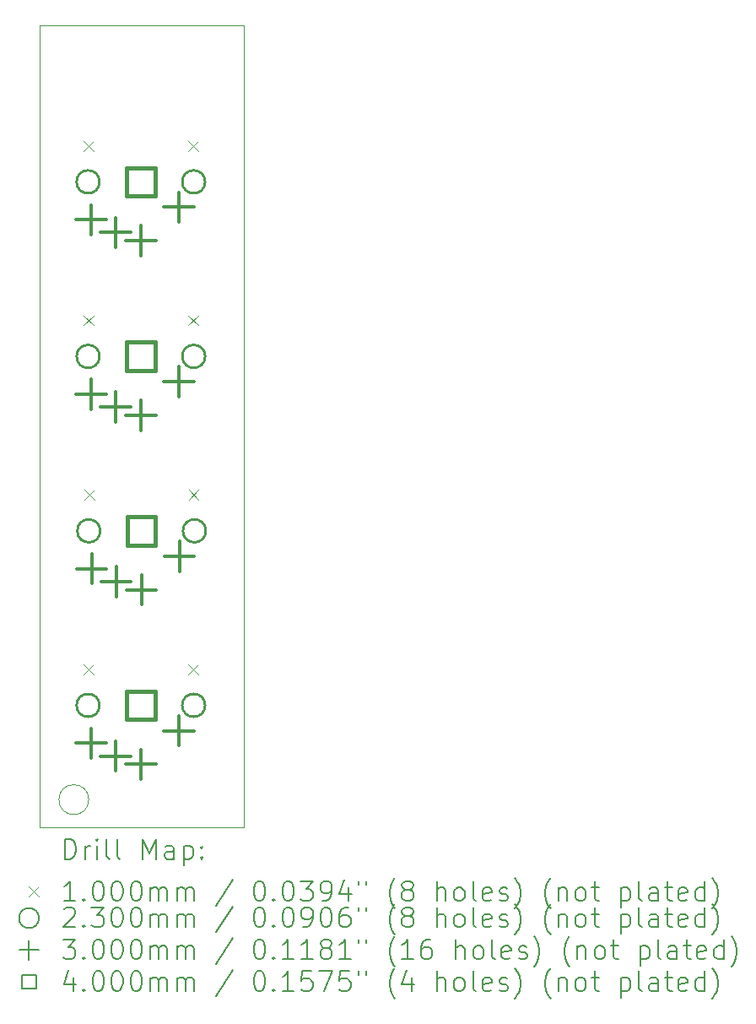
<source format=gbr>
%TF.GenerationSoftware,KiCad,Pcbnew,7.0.5-7.0.5~ubuntu22.04.1*%
%TF.CreationDate,2023-06-01T20:12:16-07:00*%
%TF.ProjectId,KeysOnRails,4b657973-4f6e-4526-9169-6c732e6b6963,rev?*%
%TF.SameCoordinates,Original*%
%TF.FileFunction,Drillmap*%
%TF.FilePolarity,Positive*%
%FSLAX45Y45*%
G04 Gerber Fmt 4.5, Leading zero omitted, Abs format (unit mm)*
G04 Created by KiCad (PCBNEW 7.0.5-7.0.5~ubuntu22.04.1) date 2023-06-01 20:12:16*
%MOMM*%
%LPD*%
G01*
G04 APERTURE LIST*
%ADD10C,0.100000*%
%ADD11C,0.200000*%
%ADD12C,0.230000*%
%ADD13C,0.300000*%
%ADD14C,0.400000*%
G04 APERTURE END LIST*
D10*
X4320000Y-10870000D02*
G75*
G03*
X4320000Y-10870000I-150000J0D01*
G01*
X3825000Y-3100000D02*
X5875000Y-3100000D01*
X5875000Y-11149000D01*
X3825000Y-11149000D01*
X3825000Y-3100000D01*
D11*
D10*
X4271000Y-4262220D02*
X4371000Y-4362220D01*
X4371000Y-4262220D02*
X4271000Y-4362220D01*
X4271000Y-6013070D02*
X4371000Y-6113070D01*
X4371000Y-6013070D02*
X4271000Y-6113070D01*
X4271000Y-9512930D02*
X4371000Y-9612930D01*
X4371000Y-9512930D02*
X4271000Y-9612930D01*
X4277810Y-7762930D02*
X4377810Y-7862930D01*
X4377810Y-7762930D02*
X4277810Y-7862930D01*
X5315000Y-4262220D02*
X5415000Y-4362220D01*
X5415000Y-4262220D02*
X5315000Y-4362220D01*
X5315000Y-6013070D02*
X5415000Y-6113070D01*
X5415000Y-6013070D02*
X5315000Y-6113070D01*
X5315000Y-9512930D02*
X5415000Y-9612930D01*
X5415000Y-9512930D02*
X5315000Y-9612930D01*
X5321810Y-7762930D02*
X5421810Y-7862930D01*
X5421810Y-7762930D02*
X5321810Y-7862930D01*
D12*
X4428000Y-4673800D02*
G75*
G03*
X4428000Y-4673800I-115000J0D01*
G01*
X4428000Y-6424650D02*
G75*
G03*
X4428000Y-6424650I-115000J0D01*
G01*
X4428000Y-9924510D02*
G75*
G03*
X4428000Y-9924510I-115000J0D01*
G01*
X4434810Y-8174510D02*
G75*
G03*
X4434810Y-8174510I-115000J0D01*
G01*
X5488000Y-4673800D02*
G75*
G03*
X5488000Y-4673800I-115000J0D01*
G01*
X5488000Y-6424650D02*
G75*
G03*
X5488000Y-6424650I-115000J0D01*
G01*
X5488000Y-9924510D02*
G75*
G03*
X5488000Y-9924510I-115000J0D01*
G01*
X5494810Y-8174510D02*
G75*
G03*
X5494810Y-8174510I-115000J0D01*
G01*
D13*
X4343000Y-4903800D02*
X4343000Y-5203800D01*
X4193000Y-5053800D02*
X4493000Y-5053800D01*
X4343000Y-6654650D02*
X4343000Y-6954650D01*
X4193000Y-6804650D02*
X4493000Y-6804650D01*
X4343000Y-10154510D02*
X4343000Y-10454510D01*
X4193000Y-10304510D02*
X4493000Y-10304510D01*
X4349810Y-8404510D02*
X4349810Y-8704510D01*
X4199810Y-8554510D02*
X4499810Y-8554510D01*
X4589000Y-5031800D02*
X4589000Y-5331800D01*
X4439000Y-5181800D02*
X4739000Y-5181800D01*
X4589000Y-6782650D02*
X4589000Y-7082650D01*
X4439000Y-6932650D02*
X4739000Y-6932650D01*
X4589000Y-10282510D02*
X4589000Y-10582510D01*
X4439000Y-10432510D02*
X4739000Y-10432510D01*
X4595810Y-8532510D02*
X4595810Y-8832510D01*
X4445810Y-8682510D02*
X4745810Y-8682510D01*
X4843000Y-5113800D02*
X4843000Y-5413800D01*
X4693000Y-5263800D02*
X4993000Y-5263800D01*
X4843000Y-6864650D02*
X4843000Y-7164650D01*
X4693000Y-7014650D02*
X4993000Y-7014650D01*
X4843000Y-10364510D02*
X4843000Y-10664510D01*
X4693000Y-10514510D02*
X4993000Y-10514510D01*
X4849810Y-8614510D02*
X4849810Y-8914510D01*
X4699810Y-8764510D02*
X4999810Y-8764510D01*
X5224000Y-4777800D02*
X5224000Y-5077800D01*
X5074000Y-4927800D02*
X5374000Y-4927800D01*
X5224000Y-6528650D02*
X5224000Y-6828650D01*
X5074000Y-6678650D02*
X5374000Y-6678650D01*
X5224000Y-10028510D02*
X5224000Y-10328510D01*
X5074000Y-10178510D02*
X5374000Y-10178510D01*
X5230810Y-8278510D02*
X5230810Y-8578510D01*
X5080810Y-8428510D02*
X5380810Y-8428510D01*
D14*
X4984423Y-4815223D02*
X4984423Y-4532377D01*
X4701577Y-4532377D01*
X4701577Y-4815223D01*
X4984423Y-4815223D01*
X4984423Y-6566073D02*
X4984423Y-6283227D01*
X4701577Y-6283227D01*
X4701577Y-6566073D01*
X4984423Y-6566073D01*
X4984423Y-10065933D02*
X4984423Y-9783087D01*
X4701577Y-9783087D01*
X4701577Y-10065933D01*
X4984423Y-10065933D01*
X4991233Y-8315933D02*
X4991233Y-8033087D01*
X4708387Y-8033087D01*
X4708387Y-8315933D01*
X4991233Y-8315933D01*
D11*
X4080777Y-11465484D02*
X4080777Y-11265484D01*
X4080777Y-11265484D02*
X4128396Y-11265484D01*
X4128396Y-11265484D02*
X4156967Y-11275008D01*
X4156967Y-11275008D02*
X4176015Y-11294055D01*
X4176015Y-11294055D02*
X4185539Y-11313103D01*
X4185539Y-11313103D02*
X4195063Y-11351198D01*
X4195063Y-11351198D02*
X4195063Y-11379769D01*
X4195063Y-11379769D02*
X4185539Y-11417865D01*
X4185539Y-11417865D02*
X4176015Y-11436912D01*
X4176015Y-11436912D02*
X4156967Y-11455960D01*
X4156967Y-11455960D02*
X4128396Y-11465484D01*
X4128396Y-11465484D02*
X4080777Y-11465484D01*
X4280777Y-11465484D02*
X4280777Y-11332150D01*
X4280777Y-11370246D02*
X4290301Y-11351198D01*
X4290301Y-11351198D02*
X4299824Y-11341674D01*
X4299824Y-11341674D02*
X4318872Y-11332150D01*
X4318872Y-11332150D02*
X4337920Y-11332150D01*
X4404586Y-11465484D02*
X4404586Y-11332150D01*
X4404586Y-11265484D02*
X4395063Y-11275008D01*
X4395063Y-11275008D02*
X4404586Y-11284531D01*
X4404586Y-11284531D02*
X4414110Y-11275008D01*
X4414110Y-11275008D02*
X4404586Y-11265484D01*
X4404586Y-11265484D02*
X4404586Y-11284531D01*
X4528396Y-11465484D02*
X4509348Y-11455960D01*
X4509348Y-11455960D02*
X4499824Y-11436912D01*
X4499824Y-11436912D02*
X4499824Y-11265484D01*
X4633158Y-11465484D02*
X4614110Y-11455960D01*
X4614110Y-11455960D02*
X4604586Y-11436912D01*
X4604586Y-11436912D02*
X4604586Y-11265484D01*
X4861729Y-11465484D02*
X4861729Y-11265484D01*
X4861729Y-11265484D02*
X4928396Y-11408341D01*
X4928396Y-11408341D02*
X4995063Y-11265484D01*
X4995063Y-11265484D02*
X4995063Y-11465484D01*
X5176015Y-11465484D02*
X5176015Y-11360722D01*
X5176015Y-11360722D02*
X5166491Y-11341674D01*
X5166491Y-11341674D02*
X5147444Y-11332150D01*
X5147444Y-11332150D02*
X5109348Y-11332150D01*
X5109348Y-11332150D02*
X5090301Y-11341674D01*
X5176015Y-11455960D02*
X5156967Y-11465484D01*
X5156967Y-11465484D02*
X5109348Y-11465484D01*
X5109348Y-11465484D02*
X5090301Y-11455960D01*
X5090301Y-11455960D02*
X5080777Y-11436912D01*
X5080777Y-11436912D02*
X5080777Y-11417865D01*
X5080777Y-11417865D02*
X5090301Y-11398817D01*
X5090301Y-11398817D02*
X5109348Y-11389293D01*
X5109348Y-11389293D02*
X5156967Y-11389293D01*
X5156967Y-11389293D02*
X5176015Y-11379769D01*
X5271253Y-11332150D02*
X5271253Y-11532150D01*
X5271253Y-11341674D02*
X5290301Y-11332150D01*
X5290301Y-11332150D02*
X5328396Y-11332150D01*
X5328396Y-11332150D02*
X5347444Y-11341674D01*
X5347444Y-11341674D02*
X5356967Y-11351198D01*
X5356967Y-11351198D02*
X5366491Y-11370246D01*
X5366491Y-11370246D02*
X5366491Y-11427388D01*
X5366491Y-11427388D02*
X5356967Y-11446436D01*
X5356967Y-11446436D02*
X5347444Y-11455960D01*
X5347444Y-11455960D02*
X5328396Y-11465484D01*
X5328396Y-11465484D02*
X5290301Y-11465484D01*
X5290301Y-11465484D02*
X5271253Y-11455960D01*
X5452205Y-11446436D02*
X5461729Y-11455960D01*
X5461729Y-11455960D02*
X5452205Y-11465484D01*
X5452205Y-11465484D02*
X5442682Y-11455960D01*
X5442682Y-11455960D02*
X5452205Y-11446436D01*
X5452205Y-11446436D02*
X5452205Y-11465484D01*
X5452205Y-11341674D02*
X5461729Y-11351198D01*
X5461729Y-11351198D02*
X5452205Y-11360722D01*
X5452205Y-11360722D02*
X5442682Y-11351198D01*
X5442682Y-11351198D02*
X5452205Y-11341674D01*
X5452205Y-11341674D02*
X5452205Y-11360722D01*
D10*
X3720000Y-11744000D02*
X3820000Y-11844000D01*
X3820000Y-11744000D02*
X3720000Y-11844000D01*
D11*
X4185539Y-11885484D02*
X4071253Y-11885484D01*
X4128396Y-11885484D02*
X4128396Y-11685484D01*
X4128396Y-11685484D02*
X4109348Y-11714055D01*
X4109348Y-11714055D02*
X4090301Y-11733103D01*
X4090301Y-11733103D02*
X4071253Y-11742627D01*
X4271253Y-11866436D02*
X4280777Y-11875960D01*
X4280777Y-11875960D02*
X4271253Y-11885484D01*
X4271253Y-11885484D02*
X4261729Y-11875960D01*
X4261729Y-11875960D02*
X4271253Y-11866436D01*
X4271253Y-11866436D02*
X4271253Y-11885484D01*
X4404586Y-11685484D02*
X4423634Y-11685484D01*
X4423634Y-11685484D02*
X4442682Y-11695008D01*
X4442682Y-11695008D02*
X4452205Y-11704531D01*
X4452205Y-11704531D02*
X4461729Y-11723579D01*
X4461729Y-11723579D02*
X4471253Y-11761674D01*
X4471253Y-11761674D02*
X4471253Y-11809293D01*
X4471253Y-11809293D02*
X4461729Y-11847388D01*
X4461729Y-11847388D02*
X4452205Y-11866436D01*
X4452205Y-11866436D02*
X4442682Y-11875960D01*
X4442682Y-11875960D02*
X4423634Y-11885484D01*
X4423634Y-11885484D02*
X4404586Y-11885484D01*
X4404586Y-11885484D02*
X4385539Y-11875960D01*
X4385539Y-11875960D02*
X4376015Y-11866436D01*
X4376015Y-11866436D02*
X4366491Y-11847388D01*
X4366491Y-11847388D02*
X4356967Y-11809293D01*
X4356967Y-11809293D02*
X4356967Y-11761674D01*
X4356967Y-11761674D02*
X4366491Y-11723579D01*
X4366491Y-11723579D02*
X4376015Y-11704531D01*
X4376015Y-11704531D02*
X4385539Y-11695008D01*
X4385539Y-11695008D02*
X4404586Y-11685484D01*
X4595063Y-11685484D02*
X4614110Y-11685484D01*
X4614110Y-11685484D02*
X4633158Y-11695008D01*
X4633158Y-11695008D02*
X4642682Y-11704531D01*
X4642682Y-11704531D02*
X4652205Y-11723579D01*
X4652205Y-11723579D02*
X4661729Y-11761674D01*
X4661729Y-11761674D02*
X4661729Y-11809293D01*
X4661729Y-11809293D02*
X4652205Y-11847388D01*
X4652205Y-11847388D02*
X4642682Y-11866436D01*
X4642682Y-11866436D02*
X4633158Y-11875960D01*
X4633158Y-11875960D02*
X4614110Y-11885484D01*
X4614110Y-11885484D02*
X4595063Y-11885484D01*
X4595063Y-11885484D02*
X4576015Y-11875960D01*
X4576015Y-11875960D02*
X4566491Y-11866436D01*
X4566491Y-11866436D02*
X4556967Y-11847388D01*
X4556967Y-11847388D02*
X4547444Y-11809293D01*
X4547444Y-11809293D02*
X4547444Y-11761674D01*
X4547444Y-11761674D02*
X4556967Y-11723579D01*
X4556967Y-11723579D02*
X4566491Y-11704531D01*
X4566491Y-11704531D02*
X4576015Y-11695008D01*
X4576015Y-11695008D02*
X4595063Y-11685484D01*
X4785539Y-11685484D02*
X4804586Y-11685484D01*
X4804586Y-11685484D02*
X4823634Y-11695008D01*
X4823634Y-11695008D02*
X4833158Y-11704531D01*
X4833158Y-11704531D02*
X4842682Y-11723579D01*
X4842682Y-11723579D02*
X4852205Y-11761674D01*
X4852205Y-11761674D02*
X4852205Y-11809293D01*
X4852205Y-11809293D02*
X4842682Y-11847388D01*
X4842682Y-11847388D02*
X4833158Y-11866436D01*
X4833158Y-11866436D02*
X4823634Y-11875960D01*
X4823634Y-11875960D02*
X4804586Y-11885484D01*
X4804586Y-11885484D02*
X4785539Y-11885484D01*
X4785539Y-11885484D02*
X4766491Y-11875960D01*
X4766491Y-11875960D02*
X4756967Y-11866436D01*
X4756967Y-11866436D02*
X4747444Y-11847388D01*
X4747444Y-11847388D02*
X4737920Y-11809293D01*
X4737920Y-11809293D02*
X4737920Y-11761674D01*
X4737920Y-11761674D02*
X4747444Y-11723579D01*
X4747444Y-11723579D02*
X4756967Y-11704531D01*
X4756967Y-11704531D02*
X4766491Y-11695008D01*
X4766491Y-11695008D02*
X4785539Y-11685484D01*
X4937920Y-11885484D02*
X4937920Y-11752150D01*
X4937920Y-11771198D02*
X4947444Y-11761674D01*
X4947444Y-11761674D02*
X4966491Y-11752150D01*
X4966491Y-11752150D02*
X4995063Y-11752150D01*
X4995063Y-11752150D02*
X5014110Y-11761674D01*
X5014110Y-11761674D02*
X5023634Y-11780722D01*
X5023634Y-11780722D02*
X5023634Y-11885484D01*
X5023634Y-11780722D02*
X5033158Y-11761674D01*
X5033158Y-11761674D02*
X5052205Y-11752150D01*
X5052205Y-11752150D02*
X5080777Y-11752150D01*
X5080777Y-11752150D02*
X5099825Y-11761674D01*
X5099825Y-11761674D02*
X5109348Y-11780722D01*
X5109348Y-11780722D02*
X5109348Y-11885484D01*
X5204586Y-11885484D02*
X5204586Y-11752150D01*
X5204586Y-11771198D02*
X5214110Y-11761674D01*
X5214110Y-11761674D02*
X5233158Y-11752150D01*
X5233158Y-11752150D02*
X5261729Y-11752150D01*
X5261729Y-11752150D02*
X5280777Y-11761674D01*
X5280777Y-11761674D02*
X5290301Y-11780722D01*
X5290301Y-11780722D02*
X5290301Y-11885484D01*
X5290301Y-11780722D02*
X5299825Y-11761674D01*
X5299825Y-11761674D02*
X5318872Y-11752150D01*
X5318872Y-11752150D02*
X5347444Y-11752150D01*
X5347444Y-11752150D02*
X5366491Y-11761674D01*
X5366491Y-11761674D02*
X5376015Y-11780722D01*
X5376015Y-11780722D02*
X5376015Y-11885484D01*
X5766491Y-11675960D02*
X5595063Y-11933103D01*
X6023634Y-11685484D02*
X6042682Y-11685484D01*
X6042682Y-11685484D02*
X6061729Y-11695008D01*
X6061729Y-11695008D02*
X6071253Y-11704531D01*
X6071253Y-11704531D02*
X6080777Y-11723579D01*
X6080777Y-11723579D02*
X6090301Y-11761674D01*
X6090301Y-11761674D02*
X6090301Y-11809293D01*
X6090301Y-11809293D02*
X6080777Y-11847388D01*
X6080777Y-11847388D02*
X6071253Y-11866436D01*
X6071253Y-11866436D02*
X6061729Y-11875960D01*
X6061729Y-11875960D02*
X6042682Y-11885484D01*
X6042682Y-11885484D02*
X6023634Y-11885484D01*
X6023634Y-11885484D02*
X6004586Y-11875960D01*
X6004586Y-11875960D02*
X5995063Y-11866436D01*
X5995063Y-11866436D02*
X5985539Y-11847388D01*
X5985539Y-11847388D02*
X5976015Y-11809293D01*
X5976015Y-11809293D02*
X5976015Y-11761674D01*
X5976015Y-11761674D02*
X5985539Y-11723579D01*
X5985539Y-11723579D02*
X5995063Y-11704531D01*
X5995063Y-11704531D02*
X6004586Y-11695008D01*
X6004586Y-11695008D02*
X6023634Y-11685484D01*
X6176015Y-11866436D02*
X6185539Y-11875960D01*
X6185539Y-11875960D02*
X6176015Y-11885484D01*
X6176015Y-11885484D02*
X6166491Y-11875960D01*
X6166491Y-11875960D02*
X6176015Y-11866436D01*
X6176015Y-11866436D02*
X6176015Y-11885484D01*
X6309348Y-11685484D02*
X6328396Y-11685484D01*
X6328396Y-11685484D02*
X6347444Y-11695008D01*
X6347444Y-11695008D02*
X6356967Y-11704531D01*
X6356967Y-11704531D02*
X6366491Y-11723579D01*
X6366491Y-11723579D02*
X6376015Y-11761674D01*
X6376015Y-11761674D02*
X6376015Y-11809293D01*
X6376015Y-11809293D02*
X6366491Y-11847388D01*
X6366491Y-11847388D02*
X6356967Y-11866436D01*
X6356967Y-11866436D02*
X6347444Y-11875960D01*
X6347444Y-11875960D02*
X6328396Y-11885484D01*
X6328396Y-11885484D02*
X6309348Y-11885484D01*
X6309348Y-11885484D02*
X6290301Y-11875960D01*
X6290301Y-11875960D02*
X6280777Y-11866436D01*
X6280777Y-11866436D02*
X6271253Y-11847388D01*
X6271253Y-11847388D02*
X6261729Y-11809293D01*
X6261729Y-11809293D02*
X6261729Y-11761674D01*
X6261729Y-11761674D02*
X6271253Y-11723579D01*
X6271253Y-11723579D02*
X6280777Y-11704531D01*
X6280777Y-11704531D02*
X6290301Y-11695008D01*
X6290301Y-11695008D02*
X6309348Y-11685484D01*
X6442682Y-11685484D02*
X6566491Y-11685484D01*
X6566491Y-11685484D02*
X6499825Y-11761674D01*
X6499825Y-11761674D02*
X6528396Y-11761674D01*
X6528396Y-11761674D02*
X6547444Y-11771198D01*
X6547444Y-11771198D02*
X6556967Y-11780722D01*
X6556967Y-11780722D02*
X6566491Y-11799769D01*
X6566491Y-11799769D02*
X6566491Y-11847388D01*
X6566491Y-11847388D02*
X6556967Y-11866436D01*
X6556967Y-11866436D02*
X6547444Y-11875960D01*
X6547444Y-11875960D02*
X6528396Y-11885484D01*
X6528396Y-11885484D02*
X6471253Y-11885484D01*
X6471253Y-11885484D02*
X6452206Y-11875960D01*
X6452206Y-11875960D02*
X6442682Y-11866436D01*
X6661729Y-11885484D02*
X6699825Y-11885484D01*
X6699825Y-11885484D02*
X6718872Y-11875960D01*
X6718872Y-11875960D02*
X6728396Y-11866436D01*
X6728396Y-11866436D02*
X6747444Y-11837865D01*
X6747444Y-11837865D02*
X6756967Y-11799769D01*
X6756967Y-11799769D02*
X6756967Y-11723579D01*
X6756967Y-11723579D02*
X6747444Y-11704531D01*
X6747444Y-11704531D02*
X6737920Y-11695008D01*
X6737920Y-11695008D02*
X6718872Y-11685484D01*
X6718872Y-11685484D02*
X6680777Y-11685484D01*
X6680777Y-11685484D02*
X6661729Y-11695008D01*
X6661729Y-11695008D02*
X6652206Y-11704531D01*
X6652206Y-11704531D02*
X6642682Y-11723579D01*
X6642682Y-11723579D02*
X6642682Y-11771198D01*
X6642682Y-11771198D02*
X6652206Y-11790246D01*
X6652206Y-11790246D02*
X6661729Y-11799769D01*
X6661729Y-11799769D02*
X6680777Y-11809293D01*
X6680777Y-11809293D02*
X6718872Y-11809293D01*
X6718872Y-11809293D02*
X6737920Y-11799769D01*
X6737920Y-11799769D02*
X6747444Y-11790246D01*
X6747444Y-11790246D02*
X6756967Y-11771198D01*
X6928396Y-11752150D02*
X6928396Y-11885484D01*
X6880777Y-11675960D02*
X6833158Y-11818817D01*
X6833158Y-11818817D02*
X6956967Y-11818817D01*
X7023634Y-11685484D02*
X7023634Y-11723579D01*
X7099825Y-11685484D02*
X7099825Y-11723579D01*
X7395063Y-11961674D02*
X7385539Y-11952150D01*
X7385539Y-11952150D02*
X7366491Y-11923579D01*
X7366491Y-11923579D02*
X7356968Y-11904531D01*
X7356968Y-11904531D02*
X7347444Y-11875960D01*
X7347444Y-11875960D02*
X7337920Y-11828341D01*
X7337920Y-11828341D02*
X7337920Y-11790246D01*
X7337920Y-11790246D02*
X7347444Y-11742627D01*
X7347444Y-11742627D02*
X7356968Y-11714055D01*
X7356968Y-11714055D02*
X7366491Y-11695008D01*
X7366491Y-11695008D02*
X7385539Y-11666436D01*
X7385539Y-11666436D02*
X7395063Y-11656912D01*
X7499825Y-11771198D02*
X7480777Y-11761674D01*
X7480777Y-11761674D02*
X7471253Y-11752150D01*
X7471253Y-11752150D02*
X7461729Y-11733103D01*
X7461729Y-11733103D02*
X7461729Y-11723579D01*
X7461729Y-11723579D02*
X7471253Y-11704531D01*
X7471253Y-11704531D02*
X7480777Y-11695008D01*
X7480777Y-11695008D02*
X7499825Y-11685484D01*
X7499825Y-11685484D02*
X7537920Y-11685484D01*
X7537920Y-11685484D02*
X7556968Y-11695008D01*
X7556968Y-11695008D02*
X7566491Y-11704531D01*
X7566491Y-11704531D02*
X7576015Y-11723579D01*
X7576015Y-11723579D02*
X7576015Y-11733103D01*
X7576015Y-11733103D02*
X7566491Y-11752150D01*
X7566491Y-11752150D02*
X7556968Y-11761674D01*
X7556968Y-11761674D02*
X7537920Y-11771198D01*
X7537920Y-11771198D02*
X7499825Y-11771198D01*
X7499825Y-11771198D02*
X7480777Y-11780722D01*
X7480777Y-11780722D02*
X7471253Y-11790246D01*
X7471253Y-11790246D02*
X7461729Y-11809293D01*
X7461729Y-11809293D02*
X7461729Y-11847388D01*
X7461729Y-11847388D02*
X7471253Y-11866436D01*
X7471253Y-11866436D02*
X7480777Y-11875960D01*
X7480777Y-11875960D02*
X7499825Y-11885484D01*
X7499825Y-11885484D02*
X7537920Y-11885484D01*
X7537920Y-11885484D02*
X7556968Y-11875960D01*
X7556968Y-11875960D02*
X7566491Y-11866436D01*
X7566491Y-11866436D02*
X7576015Y-11847388D01*
X7576015Y-11847388D02*
X7576015Y-11809293D01*
X7576015Y-11809293D02*
X7566491Y-11790246D01*
X7566491Y-11790246D02*
X7556968Y-11780722D01*
X7556968Y-11780722D02*
X7537920Y-11771198D01*
X7814110Y-11885484D02*
X7814110Y-11685484D01*
X7899825Y-11885484D02*
X7899825Y-11780722D01*
X7899825Y-11780722D02*
X7890301Y-11761674D01*
X7890301Y-11761674D02*
X7871253Y-11752150D01*
X7871253Y-11752150D02*
X7842682Y-11752150D01*
X7842682Y-11752150D02*
X7823634Y-11761674D01*
X7823634Y-11761674D02*
X7814110Y-11771198D01*
X8023634Y-11885484D02*
X8004587Y-11875960D01*
X8004587Y-11875960D02*
X7995063Y-11866436D01*
X7995063Y-11866436D02*
X7985539Y-11847388D01*
X7985539Y-11847388D02*
X7985539Y-11790246D01*
X7985539Y-11790246D02*
X7995063Y-11771198D01*
X7995063Y-11771198D02*
X8004587Y-11761674D01*
X8004587Y-11761674D02*
X8023634Y-11752150D01*
X8023634Y-11752150D02*
X8052206Y-11752150D01*
X8052206Y-11752150D02*
X8071253Y-11761674D01*
X8071253Y-11761674D02*
X8080777Y-11771198D01*
X8080777Y-11771198D02*
X8090301Y-11790246D01*
X8090301Y-11790246D02*
X8090301Y-11847388D01*
X8090301Y-11847388D02*
X8080777Y-11866436D01*
X8080777Y-11866436D02*
X8071253Y-11875960D01*
X8071253Y-11875960D02*
X8052206Y-11885484D01*
X8052206Y-11885484D02*
X8023634Y-11885484D01*
X8204587Y-11885484D02*
X8185539Y-11875960D01*
X8185539Y-11875960D02*
X8176015Y-11856912D01*
X8176015Y-11856912D02*
X8176015Y-11685484D01*
X8356968Y-11875960D02*
X8337920Y-11885484D01*
X8337920Y-11885484D02*
X8299825Y-11885484D01*
X8299825Y-11885484D02*
X8280777Y-11875960D01*
X8280777Y-11875960D02*
X8271253Y-11856912D01*
X8271253Y-11856912D02*
X8271253Y-11780722D01*
X8271253Y-11780722D02*
X8280777Y-11761674D01*
X8280777Y-11761674D02*
X8299825Y-11752150D01*
X8299825Y-11752150D02*
X8337920Y-11752150D01*
X8337920Y-11752150D02*
X8356968Y-11761674D01*
X8356968Y-11761674D02*
X8366491Y-11780722D01*
X8366491Y-11780722D02*
X8366491Y-11799769D01*
X8366491Y-11799769D02*
X8271253Y-11818817D01*
X8442682Y-11875960D02*
X8461730Y-11885484D01*
X8461730Y-11885484D02*
X8499825Y-11885484D01*
X8499825Y-11885484D02*
X8518873Y-11875960D01*
X8518873Y-11875960D02*
X8528396Y-11856912D01*
X8528396Y-11856912D02*
X8528396Y-11847388D01*
X8528396Y-11847388D02*
X8518873Y-11828341D01*
X8518873Y-11828341D02*
X8499825Y-11818817D01*
X8499825Y-11818817D02*
X8471253Y-11818817D01*
X8471253Y-11818817D02*
X8452206Y-11809293D01*
X8452206Y-11809293D02*
X8442682Y-11790246D01*
X8442682Y-11790246D02*
X8442682Y-11780722D01*
X8442682Y-11780722D02*
X8452206Y-11761674D01*
X8452206Y-11761674D02*
X8471253Y-11752150D01*
X8471253Y-11752150D02*
X8499825Y-11752150D01*
X8499825Y-11752150D02*
X8518873Y-11761674D01*
X8595063Y-11961674D02*
X8604587Y-11952150D01*
X8604587Y-11952150D02*
X8623634Y-11923579D01*
X8623634Y-11923579D02*
X8633158Y-11904531D01*
X8633158Y-11904531D02*
X8642682Y-11875960D01*
X8642682Y-11875960D02*
X8652206Y-11828341D01*
X8652206Y-11828341D02*
X8652206Y-11790246D01*
X8652206Y-11790246D02*
X8642682Y-11742627D01*
X8642682Y-11742627D02*
X8633158Y-11714055D01*
X8633158Y-11714055D02*
X8623634Y-11695008D01*
X8623634Y-11695008D02*
X8604587Y-11666436D01*
X8604587Y-11666436D02*
X8595063Y-11656912D01*
X8956968Y-11961674D02*
X8947444Y-11952150D01*
X8947444Y-11952150D02*
X8928396Y-11923579D01*
X8928396Y-11923579D02*
X8918873Y-11904531D01*
X8918873Y-11904531D02*
X8909349Y-11875960D01*
X8909349Y-11875960D02*
X8899825Y-11828341D01*
X8899825Y-11828341D02*
X8899825Y-11790246D01*
X8899825Y-11790246D02*
X8909349Y-11742627D01*
X8909349Y-11742627D02*
X8918873Y-11714055D01*
X8918873Y-11714055D02*
X8928396Y-11695008D01*
X8928396Y-11695008D02*
X8947444Y-11666436D01*
X8947444Y-11666436D02*
X8956968Y-11656912D01*
X9033158Y-11752150D02*
X9033158Y-11885484D01*
X9033158Y-11771198D02*
X9042682Y-11761674D01*
X9042682Y-11761674D02*
X9061730Y-11752150D01*
X9061730Y-11752150D02*
X9090301Y-11752150D01*
X9090301Y-11752150D02*
X9109349Y-11761674D01*
X9109349Y-11761674D02*
X9118873Y-11780722D01*
X9118873Y-11780722D02*
X9118873Y-11885484D01*
X9242682Y-11885484D02*
X9223634Y-11875960D01*
X9223634Y-11875960D02*
X9214111Y-11866436D01*
X9214111Y-11866436D02*
X9204587Y-11847388D01*
X9204587Y-11847388D02*
X9204587Y-11790246D01*
X9204587Y-11790246D02*
X9214111Y-11771198D01*
X9214111Y-11771198D02*
X9223634Y-11761674D01*
X9223634Y-11761674D02*
X9242682Y-11752150D01*
X9242682Y-11752150D02*
X9271254Y-11752150D01*
X9271254Y-11752150D02*
X9290301Y-11761674D01*
X9290301Y-11761674D02*
X9299825Y-11771198D01*
X9299825Y-11771198D02*
X9309349Y-11790246D01*
X9309349Y-11790246D02*
X9309349Y-11847388D01*
X9309349Y-11847388D02*
X9299825Y-11866436D01*
X9299825Y-11866436D02*
X9290301Y-11875960D01*
X9290301Y-11875960D02*
X9271254Y-11885484D01*
X9271254Y-11885484D02*
X9242682Y-11885484D01*
X9366492Y-11752150D02*
X9442682Y-11752150D01*
X9395063Y-11685484D02*
X9395063Y-11856912D01*
X9395063Y-11856912D02*
X9404587Y-11875960D01*
X9404587Y-11875960D02*
X9423634Y-11885484D01*
X9423634Y-11885484D02*
X9442682Y-11885484D01*
X9661730Y-11752150D02*
X9661730Y-11952150D01*
X9661730Y-11761674D02*
X9680777Y-11752150D01*
X9680777Y-11752150D02*
X9718873Y-11752150D01*
X9718873Y-11752150D02*
X9737920Y-11761674D01*
X9737920Y-11761674D02*
X9747444Y-11771198D01*
X9747444Y-11771198D02*
X9756968Y-11790246D01*
X9756968Y-11790246D02*
X9756968Y-11847388D01*
X9756968Y-11847388D02*
X9747444Y-11866436D01*
X9747444Y-11866436D02*
X9737920Y-11875960D01*
X9737920Y-11875960D02*
X9718873Y-11885484D01*
X9718873Y-11885484D02*
X9680777Y-11885484D01*
X9680777Y-11885484D02*
X9661730Y-11875960D01*
X9871254Y-11885484D02*
X9852206Y-11875960D01*
X9852206Y-11875960D02*
X9842682Y-11856912D01*
X9842682Y-11856912D02*
X9842682Y-11685484D01*
X10033158Y-11885484D02*
X10033158Y-11780722D01*
X10033158Y-11780722D02*
X10023635Y-11761674D01*
X10023635Y-11761674D02*
X10004587Y-11752150D01*
X10004587Y-11752150D02*
X9966492Y-11752150D01*
X9966492Y-11752150D02*
X9947444Y-11761674D01*
X10033158Y-11875960D02*
X10014111Y-11885484D01*
X10014111Y-11885484D02*
X9966492Y-11885484D01*
X9966492Y-11885484D02*
X9947444Y-11875960D01*
X9947444Y-11875960D02*
X9937920Y-11856912D01*
X9937920Y-11856912D02*
X9937920Y-11837865D01*
X9937920Y-11837865D02*
X9947444Y-11818817D01*
X9947444Y-11818817D02*
X9966492Y-11809293D01*
X9966492Y-11809293D02*
X10014111Y-11809293D01*
X10014111Y-11809293D02*
X10033158Y-11799769D01*
X10099825Y-11752150D02*
X10176015Y-11752150D01*
X10128396Y-11685484D02*
X10128396Y-11856912D01*
X10128396Y-11856912D02*
X10137920Y-11875960D01*
X10137920Y-11875960D02*
X10156968Y-11885484D01*
X10156968Y-11885484D02*
X10176015Y-11885484D01*
X10318873Y-11875960D02*
X10299825Y-11885484D01*
X10299825Y-11885484D02*
X10261730Y-11885484D01*
X10261730Y-11885484D02*
X10242682Y-11875960D01*
X10242682Y-11875960D02*
X10233158Y-11856912D01*
X10233158Y-11856912D02*
X10233158Y-11780722D01*
X10233158Y-11780722D02*
X10242682Y-11761674D01*
X10242682Y-11761674D02*
X10261730Y-11752150D01*
X10261730Y-11752150D02*
X10299825Y-11752150D01*
X10299825Y-11752150D02*
X10318873Y-11761674D01*
X10318873Y-11761674D02*
X10328396Y-11780722D01*
X10328396Y-11780722D02*
X10328396Y-11799769D01*
X10328396Y-11799769D02*
X10233158Y-11818817D01*
X10499825Y-11885484D02*
X10499825Y-11685484D01*
X10499825Y-11875960D02*
X10480777Y-11885484D01*
X10480777Y-11885484D02*
X10442682Y-11885484D01*
X10442682Y-11885484D02*
X10423635Y-11875960D01*
X10423635Y-11875960D02*
X10414111Y-11866436D01*
X10414111Y-11866436D02*
X10404587Y-11847388D01*
X10404587Y-11847388D02*
X10404587Y-11790246D01*
X10404587Y-11790246D02*
X10414111Y-11771198D01*
X10414111Y-11771198D02*
X10423635Y-11761674D01*
X10423635Y-11761674D02*
X10442682Y-11752150D01*
X10442682Y-11752150D02*
X10480777Y-11752150D01*
X10480777Y-11752150D02*
X10499825Y-11761674D01*
X10576016Y-11961674D02*
X10585539Y-11952150D01*
X10585539Y-11952150D02*
X10604587Y-11923579D01*
X10604587Y-11923579D02*
X10614111Y-11904531D01*
X10614111Y-11904531D02*
X10623635Y-11875960D01*
X10623635Y-11875960D02*
X10633158Y-11828341D01*
X10633158Y-11828341D02*
X10633158Y-11790246D01*
X10633158Y-11790246D02*
X10623635Y-11742627D01*
X10623635Y-11742627D02*
X10614111Y-11714055D01*
X10614111Y-11714055D02*
X10604587Y-11695008D01*
X10604587Y-11695008D02*
X10585539Y-11666436D01*
X10585539Y-11666436D02*
X10576016Y-11656912D01*
X3820000Y-12058000D02*
G75*
G03*
X3820000Y-12058000I-100000J0D01*
G01*
X4071253Y-11968531D02*
X4080777Y-11959008D01*
X4080777Y-11959008D02*
X4099824Y-11949484D01*
X4099824Y-11949484D02*
X4147443Y-11949484D01*
X4147443Y-11949484D02*
X4166491Y-11959008D01*
X4166491Y-11959008D02*
X4176015Y-11968531D01*
X4176015Y-11968531D02*
X4185539Y-11987579D01*
X4185539Y-11987579D02*
X4185539Y-12006627D01*
X4185539Y-12006627D02*
X4176015Y-12035198D01*
X4176015Y-12035198D02*
X4061729Y-12149484D01*
X4061729Y-12149484D02*
X4185539Y-12149484D01*
X4271253Y-12130436D02*
X4280777Y-12139960D01*
X4280777Y-12139960D02*
X4271253Y-12149484D01*
X4271253Y-12149484D02*
X4261729Y-12139960D01*
X4261729Y-12139960D02*
X4271253Y-12130436D01*
X4271253Y-12130436D02*
X4271253Y-12149484D01*
X4347444Y-11949484D02*
X4471253Y-11949484D01*
X4471253Y-11949484D02*
X4404586Y-12025674D01*
X4404586Y-12025674D02*
X4433158Y-12025674D01*
X4433158Y-12025674D02*
X4452205Y-12035198D01*
X4452205Y-12035198D02*
X4461729Y-12044722D01*
X4461729Y-12044722D02*
X4471253Y-12063769D01*
X4471253Y-12063769D02*
X4471253Y-12111388D01*
X4471253Y-12111388D02*
X4461729Y-12130436D01*
X4461729Y-12130436D02*
X4452205Y-12139960D01*
X4452205Y-12139960D02*
X4433158Y-12149484D01*
X4433158Y-12149484D02*
X4376015Y-12149484D01*
X4376015Y-12149484D02*
X4356967Y-12139960D01*
X4356967Y-12139960D02*
X4347444Y-12130436D01*
X4595063Y-11949484D02*
X4614110Y-11949484D01*
X4614110Y-11949484D02*
X4633158Y-11959008D01*
X4633158Y-11959008D02*
X4642682Y-11968531D01*
X4642682Y-11968531D02*
X4652205Y-11987579D01*
X4652205Y-11987579D02*
X4661729Y-12025674D01*
X4661729Y-12025674D02*
X4661729Y-12073293D01*
X4661729Y-12073293D02*
X4652205Y-12111388D01*
X4652205Y-12111388D02*
X4642682Y-12130436D01*
X4642682Y-12130436D02*
X4633158Y-12139960D01*
X4633158Y-12139960D02*
X4614110Y-12149484D01*
X4614110Y-12149484D02*
X4595063Y-12149484D01*
X4595063Y-12149484D02*
X4576015Y-12139960D01*
X4576015Y-12139960D02*
X4566491Y-12130436D01*
X4566491Y-12130436D02*
X4556967Y-12111388D01*
X4556967Y-12111388D02*
X4547444Y-12073293D01*
X4547444Y-12073293D02*
X4547444Y-12025674D01*
X4547444Y-12025674D02*
X4556967Y-11987579D01*
X4556967Y-11987579D02*
X4566491Y-11968531D01*
X4566491Y-11968531D02*
X4576015Y-11959008D01*
X4576015Y-11959008D02*
X4595063Y-11949484D01*
X4785539Y-11949484D02*
X4804586Y-11949484D01*
X4804586Y-11949484D02*
X4823634Y-11959008D01*
X4823634Y-11959008D02*
X4833158Y-11968531D01*
X4833158Y-11968531D02*
X4842682Y-11987579D01*
X4842682Y-11987579D02*
X4852205Y-12025674D01*
X4852205Y-12025674D02*
X4852205Y-12073293D01*
X4852205Y-12073293D02*
X4842682Y-12111388D01*
X4842682Y-12111388D02*
X4833158Y-12130436D01*
X4833158Y-12130436D02*
X4823634Y-12139960D01*
X4823634Y-12139960D02*
X4804586Y-12149484D01*
X4804586Y-12149484D02*
X4785539Y-12149484D01*
X4785539Y-12149484D02*
X4766491Y-12139960D01*
X4766491Y-12139960D02*
X4756967Y-12130436D01*
X4756967Y-12130436D02*
X4747444Y-12111388D01*
X4747444Y-12111388D02*
X4737920Y-12073293D01*
X4737920Y-12073293D02*
X4737920Y-12025674D01*
X4737920Y-12025674D02*
X4747444Y-11987579D01*
X4747444Y-11987579D02*
X4756967Y-11968531D01*
X4756967Y-11968531D02*
X4766491Y-11959008D01*
X4766491Y-11959008D02*
X4785539Y-11949484D01*
X4937920Y-12149484D02*
X4937920Y-12016150D01*
X4937920Y-12035198D02*
X4947444Y-12025674D01*
X4947444Y-12025674D02*
X4966491Y-12016150D01*
X4966491Y-12016150D02*
X4995063Y-12016150D01*
X4995063Y-12016150D02*
X5014110Y-12025674D01*
X5014110Y-12025674D02*
X5023634Y-12044722D01*
X5023634Y-12044722D02*
X5023634Y-12149484D01*
X5023634Y-12044722D02*
X5033158Y-12025674D01*
X5033158Y-12025674D02*
X5052205Y-12016150D01*
X5052205Y-12016150D02*
X5080777Y-12016150D01*
X5080777Y-12016150D02*
X5099825Y-12025674D01*
X5099825Y-12025674D02*
X5109348Y-12044722D01*
X5109348Y-12044722D02*
X5109348Y-12149484D01*
X5204586Y-12149484D02*
X5204586Y-12016150D01*
X5204586Y-12035198D02*
X5214110Y-12025674D01*
X5214110Y-12025674D02*
X5233158Y-12016150D01*
X5233158Y-12016150D02*
X5261729Y-12016150D01*
X5261729Y-12016150D02*
X5280777Y-12025674D01*
X5280777Y-12025674D02*
X5290301Y-12044722D01*
X5290301Y-12044722D02*
X5290301Y-12149484D01*
X5290301Y-12044722D02*
X5299825Y-12025674D01*
X5299825Y-12025674D02*
X5318872Y-12016150D01*
X5318872Y-12016150D02*
X5347444Y-12016150D01*
X5347444Y-12016150D02*
X5366491Y-12025674D01*
X5366491Y-12025674D02*
X5376015Y-12044722D01*
X5376015Y-12044722D02*
X5376015Y-12149484D01*
X5766491Y-11939960D02*
X5595063Y-12197103D01*
X6023634Y-11949484D02*
X6042682Y-11949484D01*
X6042682Y-11949484D02*
X6061729Y-11959008D01*
X6061729Y-11959008D02*
X6071253Y-11968531D01*
X6071253Y-11968531D02*
X6080777Y-11987579D01*
X6080777Y-11987579D02*
X6090301Y-12025674D01*
X6090301Y-12025674D02*
X6090301Y-12073293D01*
X6090301Y-12073293D02*
X6080777Y-12111388D01*
X6080777Y-12111388D02*
X6071253Y-12130436D01*
X6071253Y-12130436D02*
X6061729Y-12139960D01*
X6061729Y-12139960D02*
X6042682Y-12149484D01*
X6042682Y-12149484D02*
X6023634Y-12149484D01*
X6023634Y-12149484D02*
X6004586Y-12139960D01*
X6004586Y-12139960D02*
X5995063Y-12130436D01*
X5995063Y-12130436D02*
X5985539Y-12111388D01*
X5985539Y-12111388D02*
X5976015Y-12073293D01*
X5976015Y-12073293D02*
X5976015Y-12025674D01*
X5976015Y-12025674D02*
X5985539Y-11987579D01*
X5985539Y-11987579D02*
X5995063Y-11968531D01*
X5995063Y-11968531D02*
X6004586Y-11959008D01*
X6004586Y-11959008D02*
X6023634Y-11949484D01*
X6176015Y-12130436D02*
X6185539Y-12139960D01*
X6185539Y-12139960D02*
X6176015Y-12149484D01*
X6176015Y-12149484D02*
X6166491Y-12139960D01*
X6166491Y-12139960D02*
X6176015Y-12130436D01*
X6176015Y-12130436D02*
X6176015Y-12149484D01*
X6309348Y-11949484D02*
X6328396Y-11949484D01*
X6328396Y-11949484D02*
X6347444Y-11959008D01*
X6347444Y-11959008D02*
X6356967Y-11968531D01*
X6356967Y-11968531D02*
X6366491Y-11987579D01*
X6366491Y-11987579D02*
X6376015Y-12025674D01*
X6376015Y-12025674D02*
X6376015Y-12073293D01*
X6376015Y-12073293D02*
X6366491Y-12111388D01*
X6366491Y-12111388D02*
X6356967Y-12130436D01*
X6356967Y-12130436D02*
X6347444Y-12139960D01*
X6347444Y-12139960D02*
X6328396Y-12149484D01*
X6328396Y-12149484D02*
X6309348Y-12149484D01*
X6309348Y-12149484D02*
X6290301Y-12139960D01*
X6290301Y-12139960D02*
X6280777Y-12130436D01*
X6280777Y-12130436D02*
X6271253Y-12111388D01*
X6271253Y-12111388D02*
X6261729Y-12073293D01*
X6261729Y-12073293D02*
X6261729Y-12025674D01*
X6261729Y-12025674D02*
X6271253Y-11987579D01*
X6271253Y-11987579D02*
X6280777Y-11968531D01*
X6280777Y-11968531D02*
X6290301Y-11959008D01*
X6290301Y-11959008D02*
X6309348Y-11949484D01*
X6471253Y-12149484D02*
X6509348Y-12149484D01*
X6509348Y-12149484D02*
X6528396Y-12139960D01*
X6528396Y-12139960D02*
X6537920Y-12130436D01*
X6537920Y-12130436D02*
X6556967Y-12101865D01*
X6556967Y-12101865D02*
X6566491Y-12063769D01*
X6566491Y-12063769D02*
X6566491Y-11987579D01*
X6566491Y-11987579D02*
X6556967Y-11968531D01*
X6556967Y-11968531D02*
X6547444Y-11959008D01*
X6547444Y-11959008D02*
X6528396Y-11949484D01*
X6528396Y-11949484D02*
X6490301Y-11949484D01*
X6490301Y-11949484D02*
X6471253Y-11959008D01*
X6471253Y-11959008D02*
X6461729Y-11968531D01*
X6461729Y-11968531D02*
X6452206Y-11987579D01*
X6452206Y-11987579D02*
X6452206Y-12035198D01*
X6452206Y-12035198D02*
X6461729Y-12054246D01*
X6461729Y-12054246D02*
X6471253Y-12063769D01*
X6471253Y-12063769D02*
X6490301Y-12073293D01*
X6490301Y-12073293D02*
X6528396Y-12073293D01*
X6528396Y-12073293D02*
X6547444Y-12063769D01*
X6547444Y-12063769D02*
X6556967Y-12054246D01*
X6556967Y-12054246D02*
X6566491Y-12035198D01*
X6690301Y-11949484D02*
X6709348Y-11949484D01*
X6709348Y-11949484D02*
X6728396Y-11959008D01*
X6728396Y-11959008D02*
X6737920Y-11968531D01*
X6737920Y-11968531D02*
X6747444Y-11987579D01*
X6747444Y-11987579D02*
X6756967Y-12025674D01*
X6756967Y-12025674D02*
X6756967Y-12073293D01*
X6756967Y-12073293D02*
X6747444Y-12111388D01*
X6747444Y-12111388D02*
X6737920Y-12130436D01*
X6737920Y-12130436D02*
X6728396Y-12139960D01*
X6728396Y-12139960D02*
X6709348Y-12149484D01*
X6709348Y-12149484D02*
X6690301Y-12149484D01*
X6690301Y-12149484D02*
X6671253Y-12139960D01*
X6671253Y-12139960D02*
X6661729Y-12130436D01*
X6661729Y-12130436D02*
X6652206Y-12111388D01*
X6652206Y-12111388D02*
X6642682Y-12073293D01*
X6642682Y-12073293D02*
X6642682Y-12025674D01*
X6642682Y-12025674D02*
X6652206Y-11987579D01*
X6652206Y-11987579D02*
X6661729Y-11968531D01*
X6661729Y-11968531D02*
X6671253Y-11959008D01*
X6671253Y-11959008D02*
X6690301Y-11949484D01*
X6928396Y-11949484D02*
X6890301Y-11949484D01*
X6890301Y-11949484D02*
X6871253Y-11959008D01*
X6871253Y-11959008D02*
X6861729Y-11968531D01*
X6861729Y-11968531D02*
X6842682Y-11997103D01*
X6842682Y-11997103D02*
X6833158Y-12035198D01*
X6833158Y-12035198D02*
X6833158Y-12111388D01*
X6833158Y-12111388D02*
X6842682Y-12130436D01*
X6842682Y-12130436D02*
X6852206Y-12139960D01*
X6852206Y-12139960D02*
X6871253Y-12149484D01*
X6871253Y-12149484D02*
X6909348Y-12149484D01*
X6909348Y-12149484D02*
X6928396Y-12139960D01*
X6928396Y-12139960D02*
X6937920Y-12130436D01*
X6937920Y-12130436D02*
X6947444Y-12111388D01*
X6947444Y-12111388D02*
X6947444Y-12063769D01*
X6947444Y-12063769D02*
X6937920Y-12044722D01*
X6937920Y-12044722D02*
X6928396Y-12035198D01*
X6928396Y-12035198D02*
X6909348Y-12025674D01*
X6909348Y-12025674D02*
X6871253Y-12025674D01*
X6871253Y-12025674D02*
X6852206Y-12035198D01*
X6852206Y-12035198D02*
X6842682Y-12044722D01*
X6842682Y-12044722D02*
X6833158Y-12063769D01*
X7023634Y-11949484D02*
X7023634Y-11987579D01*
X7099825Y-11949484D02*
X7099825Y-11987579D01*
X7395063Y-12225674D02*
X7385539Y-12216150D01*
X7385539Y-12216150D02*
X7366491Y-12187579D01*
X7366491Y-12187579D02*
X7356968Y-12168531D01*
X7356968Y-12168531D02*
X7347444Y-12139960D01*
X7347444Y-12139960D02*
X7337920Y-12092341D01*
X7337920Y-12092341D02*
X7337920Y-12054246D01*
X7337920Y-12054246D02*
X7347444Y-12006627D01*
X7347444Y-12006627D02*
X7356968Y-11978055D01*
X7356968Y-11978055D02*
X7366491Y-11959008D01*
X7366491Y-11959008D02*
X7385539Y-11930436D01*
X7385539Y-11930436D02*
X7395063Y-11920912D01*
X7499825Y-12035198D02*
X7480777Y-12025674D01*
X7480777Y-12025674D02*
X7471253Y-12016150D01*
X7471253Y-12016150D02*
X7461729Y-11997103D01*
X7461729Y-11997103D02*
X7461729Y-11987579D01*
X7461729Y-11987579D02*
X7471253Y-11968531D01*
X7471253Y-11968531D02*
X7480777Y-11959008D01*
X7480777Y-11959008D02*
X7499825Y-11949484D01*
X7499825Y-11949484D02*
X7537920Y-11949484D01*
X7537920Y-11949484D02*
X7556968Y-11959008D01*
X7556968Y-11959008D02*
X7566491Y-11968531D01*
X7566491Y-11968531D02*
X7576015Y-11987579D01*
X7576015Y-11987579D02*
X7576015Y-11997103D01*
X7576015Y-11997103D02*
X7566491Y-12016150D01*
X7566491Y-12016150D02*
X7556968Y-12025674D01*
X7556968Y-12025674D02*
X7537920Y-12035198D01*
X7537920Y-12035198D02*
X7499825Y-12035198D01*
X7499825Y-12035198D02*
X7480777Y-12044722D01*
X7480777Y-12044722D02*
X7471253Y-12054246D01*
X7471253Y-12054246D02*
X7461729Y-12073293D01*
X7461729Y-12073293D02*
X7461729Y-12111388D01*
X7461729Y-12111388D02*
X7471253Y-12130436D01*
X7471253Y-12130436D02*
X7480777Y-12139960D01*
X7480777Y-12139960D02*
X7499825Y-12149484D01*
X7499825Y-12149484D02*
X7537920Y-12149484D01*
X7537920Y-12149484D02*
X7556968Y-12139960D01*
X7556968Y-12139960D02*
X7566491Y-12130436D01*
X7566491Y-12130436D02*
X7576015Y-12111388D01*
X7576015Y-12111388D02*
X7576015Y-12073293D01*
X7576015Y-12073293D02*
X7566491Y-12054246D01*
X7566491Y-12054246D02*
X7556968Y-12044722D01*
X7556968Y-12044722D02*
X7537920Y-12035198D01*
X7814110Y-12149484D02*
X7814110Y-11949484D01*
X7899825Y-12149484D02*
X7899825Y-12044722D01*
X7899825Y-12044722D02*
X7890301Y-12025674D01*
X7890301Y-12025674D02*
X7871253Y-12016150D01*
X7871253Y-12016150D02*
X7842682Y-12016150D01*
X7842682Y-12016150D02*
X7823634Y-12025674D01*
X7823634Y-12025674D02*
X7814110Y-12035198D01*
X8023634Y-12149484D02*
X8004587Y-12139960D01*
X8004587Y-12139960D02*
X7995063Y-12130436D01*
X7995063Y-12130436D02*
X7985539Y-12111388D01*
X7985539Y-12111388D02*
X7985539Y-12054246D01*
X7985539Y-12054246D02*
X7995063Y-12035198D01*
X7995063Y-12035198D02*
X8004587Y-12025674D01*
X8004587Y-12025674D02*
X8023634Y-12016150D01*
X8023634Y-12016150D02*
X8052206Y-12016150D01*
X8052206Y-12016150D02*
X8071253Y-12025674D01*
X8071253Y-12025674D02*
X8080777Y-12035198D01*
X8080777Y-12035198D02*
X8090301Y-12054246D01*
X8090301Y-12054246D02*
X8090301Y-12111388D01*
X8090301Y-12111388D02*
X8080777Y-12130436D01*
X8080777Y-12130436D02*
X8071253Y-12139960D01*
X8071253Y-12139960D02*
X8052206Y-12149484D01*
X8052206Y-12149484D02*
X8023634Y-12149484D01*
X8204587Y-12149484D02*
X8185539Y-12139960D01*
X8185539Y-12139960D02*
X8176015Y-12120912D01*
X8176015Y-12120912D02*
X8176015Y-11949484D01*
X8356968Y-12139960D02*
X8337920Y-12149484D01*
X8337920Y-12149484D02*
X8299825Y-12149484D01*
X8299825Y-12149484D02*
X8280777Y-12139960D01*
X8280777Y-12139960D02*
X8271253Y-12120912D01*
X8271253Y-12120912D02*
X8271253Y-12044722D01*
X8271253Y-12044722D02*
X8280777Y-12025674D01*
X8280777Y-12025674D02*
X8299825Y-12016150D01*
X8299825Y-12016150D02*
X8337920Y-12016150D01*
X8337920Y-12016150D02*
X8356968Y-12025674D01*
X8356968Y-12025674D02*
X8366491Y-12044722D01*
X8366491Y-12044722D02*
X8366491Y-12063769D01*
X8366491Y-12063769D02*
X8271253Y-12082817D01*
X8442682Y-12139960D02*
X8461730Y-12149484D01*
X8461730Y-12149484D02*
X8499825Y-12149484D01*
X8499825Y-12149484D02*
X8518873Y-12139960D01*
X8518873Y-12139960D02*
X8528396Y-12120912D01*
X8528396Y-12120912D02*
X8528396Y-12111388D01*
X8528396Y-12111388D02*
X8518873Y-12092341D01*
X8518873Y-12092341D02*
X8499825Y-12082817D01*
X8499825Y-12082817D02*
X8471253Y-12082817D01*
X8471253Y-12082817D02*
X8452206Y-12073293D01*
X8452206Y-12073293D02*
X8442682Y-12054246D01*
X8442682Y-12054246D02*
X8442682Y-12044722D01*
X8442682Y-12044722D02*
X8452206Y-12025674D01*
X8452206Y-12025674D02*
X8471253Y-12016150D01*
X8471253Y-12016150D02*
X8499825Y-12016150D01*
X8499825Y-12016150D02*
X8518873Y-12025674D01*
X8595063Y-12225674D02*
X8604587Y-12216150D01*
X8604587Y-12216150D02*
X8623634Y-12187579D01*
X8623634Y-12187579D02*
X8633158Y-12168531D01*
X8633158Y-12168531D02*
X8642682Y-12139960D01*
X8642682Y-12139960D02*
X8652206Y-12092341D01*
X8652206Y-12092341D02*
X8652206Y-12054246D01*
X8652206Y-12054246D02*
X8642682Y-12006627D01*
X8642682Y-12006627D02*
X8633158Y-11978055D01*
X8633158Y-11978055D02*
X8623634Y-11959008D01*
X8623634Y-11959008D02*
X8604587Y-11930436D01*
X8604587Y-11930436D02*
X8595063Y-11920912D01*
X8956968Y-12225674D02*
X8947444Y-12216150D01*
X8947444Y-12216150D02*
X8928396Y-12187579D01*
X8928396Y-12187579D02*
X8918873Y-12168531D01*
X8918873Y-12168531D02*
X8909349Y-12139960D01*
X8909349Y-12139960D02*
X8899825Y-12092341D01*
X8899825Y-12092341D02*
X8899825Y-12054246D01*
X8899825Y-12054246D02*
X8909349Y-12006627D01*
X8909349Y-12006627D02*
X8918873Y-11978055D01*
X8918873Y-11978055D02*
X8928396Y-11959008D01*
X8928396Y-11959008D02*
X8947444Y-11930436D01*
X8947444Y-11930436D02*
X8956968Y-11920912D01*
X9033158Y-12016150D02*
X9033158Y-12149484D01*
X9033158Y-12035198D02*
X9042682Y-12025674D01*
X9042682Y-12025674D02*
X9061730Y-12016150D01*
X9061730Y-12016150D02*
X9090301Y-12016150D01*
X9090301Y-12016150D02*
X9109349Y-12025674D01*
X9109349Y-12025674D02*
X9118873Y-12044722D01*
X9118873Y-12044722D02*
X9118873Y-12149484D01*
X9242682Y-12149484D02*
X9223634Y-12139960D01*
X9223634Y-12139960D02*
X9214111Y-12130436D01*
X9214111Y-12130436D02*
X9204587Y-12111388D01*
X9204587Y-12111388D02*
X9204587Y-12054246D01*
X9204587Y-12054246D02*
X9214111Y-12035198D01*
X9214111Y-12035198D02*
X9223634Y-12025674D01*
X9223634Y-12025674D02*
X9242682Y-12016150D01*
X9242682Y-12016150D02*
X9271254Y-12016150D01*
X9271254Y-12016150D02*
X9290301Y-12025674D01*
X9290301Y-12025674D02*
X9299825Y-12035198D01*
X9299825Y-12035198D02*
X9309349Y-12054246D01*
X9309349Y-12054246D02*
X9309349Y-12111388D01*
X9309349Y-12111388D02*
X9299825Y-12130436D01*
X9299825Y-12130436D02*
X9290301Y-12139960D01*
X9290301Y-12139960D02*
X9271254Y-12149484D01*
X9271254Y-12149484D02*
X9242682Y-12149484D01*
X9366492Y-12016150D02*
X9442682Y-12016150D01*
X9395063Y-11949484D02*
X9395063Y-12120912D01*
X9395063Y-12120912D02*
X9404587Y-12139960D01*
X9404587Y-12139960D02*
X9423634Y-12149484D01*
X9423634Y-12149484D02*
X9442682Y-12149484D01*
X9661730Y-12016150D02*
X9661730Y-12216150D01*
X9661730Y-12025674D02*
X9680777Y-12016150D01*
X9680777Y-12016150D02*
X9718873Y-12016150D01*
X9718873Y-12016150D02*
X9737920Y-12025674D01*
X9737920Y-12025674D02*
X9747444Y-12035198D01*
X9747444Y-12035198D02*
X9756968Y-12054246D01*
X9756968Y-12054246D02*
X9756968Y-12111388D01*
X9756968Y-12111388D02*
X9747444Y-12130436D01*
X9747444Y-12130436D02*
X9737920Y-12139960D01*
X9737920Y-12139960D02*
X9718873Y-12149484D01*
X9718873Y-12149484D02*
X9680777Y-12149484D01*
X9680777Y-12149484D02*
X9661730Y-12139960D01*
X9871254Y-12149484D02*
X9852206Y-12139960D01*
X9852206Y-12139960D02*
X9842682Y-12120912D01*
X9842682Y-12120912D02*
X9842682Y-11949484D01*
X10033158Y-12149484D02*
X10033158Y-12044722D01*
X10033158Y-12044722D02*
X10023635Y-12025674D01*
X10023635Y-12025674D02*
X10004587Y-12016150D01*
X10004587Y-12016150D02*
X9966492Y-12016150D01*
X9966492Y-12016150D02*
X9947444Y-12025674D01*
X10033158Y-12139960D02*
X10014111Y-12149484D01*
X10014111Y-12149484D02*
X9966492Y-12149484D01*
X9966492Y-12149484D02*
X9947444Y-12139960D01*
X9947444Y-12139960D02*
X9937920Y-12120912D01*
X9937920Y-12120912D02*
X9937920Y-12101865D01*
X9937920Y-12101865D02*
X9947444Y-12082817D01*
X9947444Y-12082817D02*
X9966492Y-12073293D01*
X9966492Y-12073293D02*
X10014111Y-12073293D01*
X10014111Y-12073293D02*
X10033158Y-12063769D01*
X10099825Y-12016150D02*
X10176015Y-12016150D01*
X10128396Y-11949484D02*
X10128396Y-12120912D01*
X10128396Y-12120912D02*
X10137920Y-12139960D01*
X10137920Y-12139960D02*
X10156968Y-12149484D01*
X10156968Y-12149484D02*
X10176015Y-12149484D01*
X10318873Y-12139960D02*
X10299825Y-12149484D01*
X10299825Y-12149484D02*
X10261730Y-12149484D01*
X10261730Y-12149484D02*
X10242682Y-12139960D01*
X10242682Y-12139960D02*
X10233158Y-12120912D01*
X10233158Y-12120912D02*
X10233158Y-12044722D01*
X10233158Y-12044722D02*
X10242682Y-12025674D01*
X10242682Y-12025674D02*
X10261730Y-12016150D01*
X10261730Y-12016150D02*
X10299825Y-12016150D01*
X10299825Y-12016150D02*
X10318873Y-12025674D01*
X10318873Y-12025674D02*
X10328396Y-12044722D01*
X10328396Y-12044722D02*
X10328396Y-12063769D01*
X10328396Y-12063769D02*
X10233158Y-12082817D01*
X10499825Y-12149484D02*
X10499825Y-11949484D01*
X10499825Y-12139960D02*
X10480777Y-12149484D01*
X10480777Y-12149484D02*
X10442682Y-12149484D01*
X10442682Y-12149484D02*
X10423635Y-12139960D01*
X10423635Y-12139960D02*
X10414111Y-12130436D01*
X10414111Y-12130436D02*
X10404587Y-12111388D01*
X10404587Y-12111388D02*
X10404587Y-12054246D01*
X10404587Y-12054246D02*
X10414111Y-12035198D01*
X10414111Y-12035198D02*
X10423635Y-12025674D01*
X10423635Y-12025674D02*
X10442682Y-12016150D01*
X10442682Y-12016150D02*
X10480777Y-12016150D01*
X10480777Y-12016150D02*
X10499825Y-12025674D01*
X10576016Y-12225674D02*
X10585539Y-12216150D01*
X10585539Y-12216150D02*
X10604587Y-12187579D01*
X10604587Y-12187579D02*
X10614111Y-12168531D01*
X10614111Y-12168531D02*
X10623635Y-12139960D01*
X10623635Y-12139960D02*
X10633158Y-12092341D01*
X10633158Y-12092341D02*
X10633158Y-12054246D01*
X10633158Y-12054246D02*
X10623635Y-12006627D01*
X10623635Y-12006627D02*
X10614111Y-11978055D01*
X10614111Y-11978055D02*
X10604587Y-11959008D01*
X10604587Y-11959008D02*
X10585539Y-11930436D01*
X10585539Y-11930436D02*
X10576016Y-11920912D01*
X3720000Y-12278000D02*
X3720000Y-12478000D01*
X3620000Y-12378000D02*
X3820000Y-12378000D01*
X4061729Y-12269484D02*
X4185539Y-12269484D01*
X4185539Y-12269484D02*
X4118872Y-12345674D01*
X4118872Y-12345674D02*
X4147443Y-12345674D01*
X4147443Y-12345674D02*
X4166491Y-12355198D01*
X4166491Y-12355198D02*
X4176015Y-12364722D01*
X4176015Y-12364722D02*
X4185539Y-12383769D01*
X4185539Y-12383769D02*
X4185539Y-12431388D01*
X4185539Y-12431388D02*
X4176015Y-12450436D01*
X4176015Y-12450436D02*
X4166491Y-12459960D01*
X4166491Y-12459960D02*
X4147443Y-12469484D01*
X4147443Y-12469484D02*
X4090301Y-12469484D01*
X4090301Y-12469484D02*
X4071253Y-12459960D01*
X4071253Y-12459960D02*
X4061729Y-12450436D01*
X4271253Y-12450436D02*
X4280777Y-12459960D01*
X4280777Y-12459960D02*
X4271253Y-12469484D01*
X4271253Y-12469484D02*
X4261729Y-12459960D01*
X4261729Y-12459960D02*
X4271253Y-12450436D01*
X4271253Y-12450436D02*
X4271253Y-12469484D01*
X4404586Y-12269484D02*
X4423634Y-12269484D01*
X4423634Y-12269484D02*
X4442682Y-12279008D01*
X4442682Y-12279008D02*
X4452205Y-12288531D01*
X4452205Y-12288531D02*
X4461729Y-12307579D01*
X4461729Y-12307579D02*
X4471253Y-12345674D01*
X4471253Y-12345674D02*
X4471253Y-12393293D01*
X4471253Y-12393293D02*
X4461729Y-12431388D01*
X4461729Y-12431388D02*
X4452205Y-12450436D01*
X4452205Y-12450436D02*
X4442682Y-12459960D01*
X4442682Y-12459960D02*
X4423634Y-12469484D01*
X4423634Y-12469484D02*
X4404586Y-12469484D01*
X4404586Y-12469484D02*
X4385539Y-12459960D01*
X4385539Y-12459960D02*
X4376015Y-12450436D01*
X4376015Y-12450436D02*
X4366491Y-12431388D01*
X4366491Y-12431388D02*
X4356967Y-12393293D01*
X4356967Y-12393293D02*
X4356967Y-12345674D01*
X4356967Y-12345674D02*
X4366491Y-12307579D01*
X4366491Y-12307579D02*
X4376015Y-12288531D01*
X4376015Y-12288531D02*
X4385539Y-12279008D01*
X4385539Y-12279008D02*
X4404586Y-12269484D01*
X4595063Y-12269484D02*
X4614110Y-12269484D01*
X4614110Y-12269484D02*
X4633158Y-12279008D01*
X4633158Y-12279008D02*
X4642682Y-12288531D01*
X4642682Y-12288531D02*
X4652205Y-12307579D01*
X4652205Y-12307579D02*
X4661729Y-12345674D01*
X4661729Y-12345674D02*
X4661729Y-12393293D01*
X4661729Y-12393293D02*
X4652205Y-12431388D01*
X4652205Y-12431388D02*
X4642682Y-12450436D01*
X4642682Y-12450436D02*
X4633158Y-12459960D01*
X4633158Y-12459960D02*
X4614110Y-12469484D01*
X4614110Y-12469484D02*
X4595063Y-12469484D01*
X4595063Y-12469484D02*
X4576015Y-12459960D01*
X4576015Y-12459960D02*
X4566491Y-12450436D01*
X4566491Y-12450436D02*
X4556967Y-12431388D01*
X4556967Y-12431388D02*
X4547444Y-12393293D01*
X4547444Y-12393293D02*
X4547444Y-12345674D01*
X4547444Y-12345674D02*
X4556967Y-12307579D01*
X4556967Y-12307579D02*
X4566491Y-12288531D01*
X4566491Y-12288531D02*
X4576015Y-12279008D01*
X4576015Y-12279008D02*
X4595063Y-12269484D01*
X4785539Y-12269484D02*
X4804586Y-12269484D01*
X4804586Y-12269484D02*
X4823634Y-12279008D01*
X4823634Y-12279008D02*
X4833158Y-12288531D01*
X4833158Y-12288531D02*
X4842682Y-12307579D01*
X4842682Y-12307579D02*
X4852205Y-12345674D01*
X4852205Y-12345674D02*
X4852205Y-12393293D01*
X4852205Y-12393293D02*
X4842682Y-12431388D01*
X4842682Y-12431388D02*
X4833158Y-12450436D01*
X4833158Y-12450436D02*
X4823634Y-12459960D01*
X4823634Y-12459960D02*
X4804586Y-12469484D01*
X4804586Y-12469484D02*
X4785539Y-12469484D01*
X4785539Y-12469484D02*
X4766491Y-12459960D01*
X4766491Y-12459960D02*
X4756967Y-12450436D01*
X4756967Y-12450436D02*
X4747444Y-12431388D01*
X4747444Y-12431388D02*
X4737920Y-12393293D01*
X4737920Y-12393293D02*
X4737920Y-12345674D01*
X4737920Y-12345674D02*
X4747444Y-12307579D01*
X4747444Y-12307579D02*
X4756967Y-12288531D01*
X4756967Y-12288531D02*
X4766491Y-12279008D01*
X4766491Y-12279008D02*
X4785539Y-12269484D01*
X4937920Y-12469484D02*
X4937920Y-12336150D01*
X4937920Y-12355198D02*
X4947444Y-12345674D01*
X4947444Y-12345674D02*
X4966491Y-12336150D01*
X4966491Y-12336150D02*
X4995063Y-12336150D01*
X4995063Y-12336150D02*
X5014110Y-12345674D01*
X5014110Y-12345674D02*
X5023634Y-12364722D01*
X5023634Y-12364722D02*
X5023634Y-12469484D01*
X5023634Y-12364722D02*
X5033158Y-12345674D01*
X5033158Y-12345674D02*
X5052205Y-12336150D01*
X5052205Y-12336150D02*
X5080777Y-12336150D01*
X5080777Y-12336150D02*
X5099825Y-12345674D01*
X5099825Y-12345674D02*
X5109348Y-12364722D01*
X5109348Y-12364722D02*
X5109348Y-12469484D01*
X5204586Y-12469484D02*
X5204586Y-12336150D01*
X5204586Y-12355198D02*
X5214110Y-12345674D01*
X5214110Y-12345674D02*
X5233158Y-12336150D01*
X5233158Y-12336150D02*
X5261729Y-12336150D01*
X5261729Y-12336150D02*
X5280777Y-12345674D01*
X5280777Y-12345674D02*
X5290301Y-12364722D01*
X5290301Y-12364722D02*
X5290301Y-12469484D01*
X5290301Y-12364722D02*
X5299825Y-12345674D01*
X5299825Y-12345674D02*
X5318872Y-12336150D01*
X5318872Y-12336150D02*
X5347444Y-12336150D01*
X5347444Y-12336150D02*
X5366491Y-12345674D01*
X5366491Y-12345674D02*
X5376015Y-12364722D01*
X5376015Y-12364722D02*
X5376015Y-12469484D01*
X5766491Y-12259960D02*
X5595063Y-12517103D01*
X6023634Y-12269484D02*
X6042682Y-12269484D01*
X6042682Y-12269484D02*
X6061729Y-12279008D01*
X6061729Y-12279008D02*
X6071253Y-12288531D01*
X6071253Y-12288531D02*
X6080777Y-12307579D01*
X6080777Y-12307579D02*
X6090301Y-12345674D01*
X6090301Y-12345674D02*
X6090301Y-12393293D01*
X6090301Y-12393293D02*
X6080777Y-12431388D01*
X6080777Y-12431388D02*
X6071253Y-12450436D01*
X6071253Y-12450436D02*
X6061729Y-12459960D01*
X6061729Y-12459960D02*
X6042682Y-12469484D01*
X6042682Y-12469484D02*
X6023634Y-12469484D01*
X6023634Y-12469484D02*
X6004586Y-12459960D01*
X6004586Y-12459960D02*
X5995063Y-12450436D01*
X5995063Y-12450436D02*
X5985539Y-12431388D01*
X5985539Y-12431388D02*
X5976015Y-12393293D01*
X5976015Y-12393293D02*
X5976015Y-12345674D01*
X5976015Y-12345674D02*
X5985539Y-12307579D01*
X5985539Y-12307579D02*
X5995063Y-12288531D01*
X5995063Y-12288531D02*
X6004586Y-12279008D01*
X6004586Y-12279008D02*
X6023634Y-12269484D01*
X6176015Y-12450436D02*
X6185539Y-12459960D01*
X6185539Y-12459960D02*
X6176015Y-12469484D01*
X6176015Y-12469484D02*
X6166491Y-12459960D01*
X6166491Y-12459960D02*
X6176015Y-12450436D01*
X6176015Y-12450436D02*
X6176015Y-12469484D01*
X6376015Y-12469484D02*
X6261729Y-12469484D01*
X6318872Y-12469484D02*
X6318872Y-12269484D01*
X6318872Y-12269484D02*
X6299825Y-12298055D01*
X6299825Y-12298055D02*
X6280777Y-12317103D01*
X6280777Y-12317103D02*
X6261729Y-12326627D01*
X6566491Y-12469484D02*
X6452206Y-12469484D01*
X6509348Y-12469484D02*
X6509348Y-12269484D01*
X6509348Y-12269484D02*
X6490301Y-12298055D01*
X6490301Y-12298055D02*
X6471253Y-12317103D01*
X6471253Y-12317103D02*
X6452206Y-12326627D01*
X6680777Y-12355198D02*
X6661729Y-12345674D01*
X6661729Y-12345674D02*
X6652206Y-12336150D01*
X6652206Y-12336150D02*
X6642682Y-12317103D01*
X6642682Y-12317103D02*
X6642682Y-12307579D01*
X6642682Y-12307579D02*
X6652206Y-12288531D01*
X6652206Y-12288531D02*
X6661729Y-12279008D01*
X6661729Y-12279008D02*
X6680777Y-12269484D01*
X6680777Y-12269484D02*
X6718872Y-12269484D01*
X6718872Y-12269484D02*
X6737920Y-12279008D01*
X6737920Y-12279008D02*
X6747444Y-12288531D01*
X6747444Y-12288531D02*
X6756967Y-12307579D01*
X6756967Y-12307579D02*
X6756967Y-12317103D01*
X6756967Y-12317103D02*
X6747444Y-12336150D01*
X6747444Y-12336150D02*
X6737920Y-12345674D01*
X6737920Y-12345674D02*
X6718872Y-12355198D01*
X6718872Y-12355198D02*
X6680777Y-12355198D01*
X6680777Y-12355198D02*
X6661729Y-12364722D01*
X6661729Y-12364722D02*
X6652206Y-12374246D01*
X6652206Y-12374246D02*
X6642682Y-12393293D01*
X6642682Y-12393293D02*
X6642682Y-12431388D01*
X6642682Y-12431388D02*
X6652206Y-12450436D01*
X6652206Y-12450436D02*
X6661729Y-12459960D01*
X6661729Y-12459960D02*
X6680777Y-12469484D01*
X6680777Y-12469484D02*
X6718872Y-12469484D01*
X6718872Y-12469484D02*
X6737920Y-12459960D01*
X6737920Y-12459960D02*
X6747444Y-12450436D01*
X6747444Y-12450436D02*
X6756967Y-12431388D01*
X6756967Y-12431388D02*
X6756967Y-12393293D01*
X6756967Y-12393293D02*
X6747444Y-12374246D01*
X6747444Y-12374246D02*
X6737920Y-12364722D01*
X6737920Y-12364722D02*
X6718872Y-12355198D01*
X6947444Y-12469484D02*
X6833158Y-12469484D01*
X6890301Y-12469484D02*
X6890301Y-12269484D01*
X6890301Y-12269484D02*
X6871253Y-12298055D01*
X6871253Y-12298055D02*
X6852206Y-12317103D01*
X6852206Y-12317103D02*
X6833158Y-12326627D01*
X7023634Y-12269484D02*
X7023634Y-12307579D01*
X7099825Y-12269484D02*
X7099825Y-12307579D01*
X7395063Y-12545674D02*
X7385539Y-12536150D01*
X7385539Y-12536150D02*
X7366491Y-12507579D01*
X7366491Y-12507579D02*
X7356968Y-12488531D01*
X7356968Y-12488531D02*
X7347444Y-12459960D01*
X7347444Y-12459960D02*
X7337920Y-12412341D01*
X7337920Y-12412341D02*
X7337920Y-12374246D01*
X7337920Y-12374246D02*
X7347444Y-12326627D01*
X7347444Y-12326627D02*
X7356968Y-12298055D01*
X7356968Y-12298055D02*
X7366491Y-12279008D01*
X7366491Y-12279008D02*
X7385539Y-12250436D01*
X7385539Y-12250436D02*
X7395063Y-12240912D01*
X7576015Y-12469484D02*
X7461729Y-12469484D01*
X7518872Y-12469484D02*
X7518872Y-12269484D01*
X7518872Y-12269484D02*
X7499825Y-12298055D01*
X7499825Y-12298055D02*
X7480777Y-12317103D01*
X7480777Y-12317103D02*
X7461729Y-12326627D01*
X7747444Y-12269484D02*
X7709348Y-12269484D01*
X7709348Y-12269484D02*
X7690301Y-12279008D01*
X7690301Y-12279008D02*
X7680777Y-12288531D01*
X7680777Y-12288531D02*
X7661729Y-12317103D01*
X7661729Y-12317103D02*
X7652206Y-12355198D01*
X7652206Y-12355198D02*
X7652206Y-12431388D01*
X7652206Y-12431388D02*
X7661729Y-12450436D01*
X7661729Y-12450436D02*
X7671253Y-12459960D01*
X7671253Y-12459960D02*
X7690301Y-12469484D01*
X7690301Y-12469484D02*
X7728396Y-12469484D01*
X7728396Y-12469484D02*
X7747444Y-12459960D01*
X7747444Y-12459960D02*
X7756968Y-12450436D01*
X7756968Y-12450436D02*
X7766491Y-12431388D01*
X7766491Y-12431388D02*
X7766491Y-12383769D01*
X7766491Y-12383769D02*
X7756968Y-12364722D01*
X7756968Y-12364722D02*
X7747444Y-12355198D01*
X7747444Y-12355198D02*
X7728396Y-12345674D01*
X7728396Y-12345674D02*
X7690301Y-12345674D01*
X7690301Y-12345674D02*
X7671253Y-12355198D01*
X7671253Y-12355198D02*
X7661729Y-12364722D01*
X7661729Y-12364722D02*
X7652206Y-12383769D01*
X8004587Y-12469484D02*
X8004587Y-12269484D01*
X8090301Y-12469484D02*
X8090301Y-12364722D01*
X8090301Y-12364722D02*
X8080777Y-12345674D01*
X8080777Y-12345674D02*
X8061730Y-12336150D01*
X8061730Y-12336150D02*
X8033158Y-12336150D01*
X8033158Y-12336150D02*
X8014110Y-12345674D01*
X8014110Y-12345674D02*
X8004587Y-12355198D01*
X8214110Y-12469484D02*
X8195063Y-12459960D01*
X8195063Y-12459960D02*
X8185539Y-12450436D01*
X8185539Y-12450436D02*
X8176015Y-12431388D01*
X8176015Y-12431388D02*
X8176015Y-12374246D01*
X8176015Y-12374246D02*
X8185539Y-12355198D01*
X8185539Y-12355198D02*
X8195063Y-12345674D01*
X8195063Y-12345674D02*
X8214110Y-12336150D01*
X8214110Y-12336150D02*
X8242682Y-12336150D01*
X8242682Y-12336150D02*
X8261730Y-12345674D01*
X8261730Y-12345674D02*
X8271253Y-12355198D01*
X8271253Y-12355198D02*
X8280777Y-12374246D01*
X8280777Y-12374246D02*
X8280777Y-12431388D01*
X8280777Y-12431388D02*
X8271253Y-12450436D01*
X8271253Y-12450436D02*
X8261730Y-12459960D01*
X8261730Y-12459960D02*
X8242682Y-12469484D01*
X8242682Y-12469484D02*
X8214110Y-12469484D01*
X8395063Y-12469484D02*
X8376015Y-12459960D01*
X8376015Y-12459960D02*
X8366491Y-12440912D01*
X8366491Y-12440912D02*
X8366491Y-12269484D01*
X8547444Y-12459960D02*
X8528396Y-12469484D01*
X8528396Y-12469484D02*
X8490301Y-12469484D01*
X8490301Y-12469484D02*
X8471253Y-12459960D01*
X8471253Y-12459960D02*
X8461730Y-12440912D01*
X8461730Y-12440912D02*
X8461730Y-12364722D01*
X8461730Y-12364722D02*
X8471253Y-12345674D01*
X8471253Y-12345674D02*
X8490301Y-12336150D01*
X8490301Y-12336150D02*
X8528396Y-12336150D01*
X8528396Y-12336150D02*
X8547444Y-12345674D01*
X8547444Y-12345674D02*
X8556968Y-12364722D01*
X8556968Y-12364722D02*
X8556968Y-12383769D01*
X8556968Y-12383769D02*
X8461730Y-12402817D01*
X8633158Y-12459960D02*
X8652206Y-12469484D01*
X8652206Y-12469484D02*
X8690301Y-12469484D01*
X8690301Y-12469484D02*
X8709349Y-12459960D01*
X8709349Y-12459960D02*
X8718873Y-12440912D01*
X8718873Y-12440912D02*
X8718873Y-12431388D01*
X8718873Y-12431388D02*
X8709349Y-12412341D01*
X8709349Y-12412341D02*
X8690301Y-12402817D01*
X8690301Y-12402817D02*
X8661730Y-12402817D01*
X8661730Y-12402817D02*
X8642682Y-12393293D01*
X8642682Y-12393293D02*
X8633158Y-12374246D01*
X8633158Y-12374246D02*
X8633158Y-12364722D01*
X8633158Y-12364722D02*
X8642682Y-12345674D01*
X8642682Y-12345674D02*
X8661730Y-12336150D01*
X8661730Y-12336150D02*
X8690301Y-12336150D01*
X8690301Y-12336150D02*
X8709349Y-12345674D01*
X8785539Y-12545674D02*
X8795063Y-12536150D01*
X8795063Y-12536150D02*
X8814111Y-12507579D01*
X8814111Y-12507579D02*
X8823634Y-12488531D01*
X8823634Y-12488531D02*
X8833158Y-12459960D01*
X8833158Y-12459960D02*
X8842682Y-12412341D01*
X8842682Y-12412341D02*
X8842682Y-12374246D01*
X8842682Y-12374246D02*
X8833158Y-12326627D01*
X8833158Y-12326627D02*
X8823634Y-12298055D01*
X8823634Y-12298055D02*
X8814111Y-12279008D01*
X8814111Y-12279008D02*
X8795063Y-12250436D01*
X8795063Y-12250436D02*
X8785539Y-12240912D01*
X9147444Y-12545674D02*
X9137920Y-12536150D01*
X9137920Y-12536150D02*
X9118873Y-12507579D01*
X9118873Y-12507579D02*
X9109349Y-12488531D01*
X9109349Y-12488531D02*
X9099825Y-12459960D01*
X9099825Y-12459960D02*
X9090301Y-12412341D01*
X9090301Y-12412341D02*
X9090301Y-12374246D01*
X9090301Y-12374246D02*
X9099825Y-12326627D01*
X9099825Y-12326627D02*
X9109349Y-12298055D01*
X9109349Y-12298055D02*
X9118873Y-12279008D01*
X9118873Y-12279008D02*
X9137920Y-12250436D01*
X9137920Y-12250436D02*
X9147444Y-12240912D01*
X9223634Y-12336150D02*
X9223634Y-12469484D01*
X9223634Y-12355198D02*
X9233158Y-12345674D01*
X9233158Y-12345674D02*
X9252206Y-12336150D01*
X9252206Y-12336150D02*
X9280777Y-12336150D01*
X9280777Y-12336150D02*
X9299825Y-12345674D01*
X9299825Y-12345674D02*
X9309349Y-12364722D01*
X9309349Y-12364722D02*
X9309349Y-12469484D01*
X9433158Y-12469484D02*
X9414111Y-12459960D01*
X9414111Y-12459960D02*
X9404587Y-12450436D01*
X9404587Y-12450436D02*
X9395063Y-12431388D01*
X9395063Y-12431388D02*
X9395063Y-12374246D01*
X9395063Y-12374246D02*
X9404587Y-12355198D01*
X9404587Y-12355198D02*
X9414111Y-12345674D01*
X9414111Y-12345674D02*
X9433158Y-12336150D01*
X9433158Y-12336150D02*
X9461730Y-12336150D01*
X9461730Y-12336150D02*
X9480777Y-12345674D01*
X9480777Y-12345674D02*
X9490301Y-12355198D01*
X9490301Y-12355198D02*
X9499825Y-12374246D01*
X9499825Y-12374246D02*
X9499825Y-12431388D01*
X9499825Y-12431388D02*
X9490301Y-12450436D01*
X9490301Y-12450436D02*
X9480777Y-12459960D01*
X9480777Y-12459960D02*
X9461730Y-12469484D01*
X9461730Y-12469484D02*
X9433158Y-12469484D01*
X9556968Y-12336150D02*
X9633158Y-12336150D01*
X9585539Y-12269484D02*
X9585539Y-12440912D01*
X9585539Y-12440912D02*
X9595063Y-12459960D01*
X9595063Y-12459960D02*
X9614111Y-12469484D01*
X9614111Y-12469484D02*
X9633158Y-12469484D01*
X9852206Y-12336150D02*
X9852206Y-12536150D01*
X9852206Y-12345674D02*
X9871254Y-12336150D01*
X9871254Y-12336150D02*
X9909349Y-12336150D01*
X9909349Y-12336150D02*
X9928396Y-12345674D01*
X9928396Y-12345674D02*
X9937920Y-12355198D01*
X9937920Y-12355198D02*
X9947444Y-12374246D01*
X9947444Y-12374246D02*
X9947444Y-12431388D01*
X9947444Y-12431388D02*
X9937920Y-12450436D01*
X9937920Y-12450436D02*
X9928396Y-12459960D01*
X9928396Y-12459960D02*
X9909349Y-12469484D01*
X9909349Y-12469484D02*
X9871254Y-12469484D01*
X9871254Y-12469484D02*
X9852206Y-12459960D01*
X10061730Y-12469484D02*
X10042682Y-12459960D01*
X10042682Y-12459960D02*
X10033158Y-12440912D01*
X10033158Y-12440912D02*
X10033158Y-12269484D01*
X10223635Y-12469484D02*
X10223635Y-12364722D01*
X10223635Y-12364722D02*
X10214111Y-12345674D01*
X10214111Y-12345674D02*
X10195063Y-12336150D01*
X10195063Y-12336150D02*
X10156968Y-12336150D01*
X10156968Y-12336150D02*
X10137920Y-12345674D01*
X10223635Y-12459960D02*
X10204587Y-12469484D01*
X10204587Y-12469484D02*
X10156968Y-12469484D01*
X10156968Y-12469484D02*
X10137920Y-12459960D01*
X10137920Y-12459960D02*
X10128396Y-12440912D01*
X10128396Y-12440912D02*
X10128396Y-12421865D01*
X10128396Y-12421865D02*
X10137920Y-12402817D01*
X10137920Y-12402817D02*
X10156968Y-12393293D01*
X10156968Y-12393293D02*
X10204587Y-12393293D01*
X10204587Y-12393293D02*
X10223635Y-12383769D01*
X10290301Y-12336150D02*
X10366492Y-12336150D01*
X10318873Y-12269484D02*
X10318873Y-12440912D01*
X10318873Y-12440912D02*
X10328396Y-12459960D01*
X10328396Y-12459960D02*
X10347444Y-12469484D01*
X10347444Y-12469484D02*
X10366492Y-12469484D01*
X10509349Y-12459960D02*
X10490301Y-12469484D01*
X10490301Y-12469484D02*
X10452206Y-12469484D01*
X10452206Y-12469484D02*
X10433158Y-12459960D01*
X10433158Y-12459960D02*
X10423635Y-12440912D01*
X10423635Y-12440912D02*
X10423635Y-12364722D01*
X10423635Y-12364722D02*
X10433158Y-12345674D01*
X10433158Y-12345674D02*
X10452206Y-12336150D01*
X10452206Y-12336150D02*
X10490301Y-12336150D01*
X10490301Y-12336150D02*
X10509349Y-12345674D01*
X10509349Y-12345674D02*
X10518873Y-12364722D01*
X10518873Y-12364722D02*
X10518873Y-12383769D01*
X10518873Y-12383769D02*
X10423635Y-12402817D01*
X10690301Y-12469484D02*
X10690301Y-12269484D01*
X10690301Y-12459960D02*
X10671254Y-12469484D01*
X10671254Y-12469484D02*
X10633158Y-12469484D01*
X10633158Y-12469484D02*
X10614111Y-12459960D01*
X10614111Y-12459960D02*
X10604587Y-12450436D01*
X10604587Y-12450436D02*
X10595063Y-12431388D01*
X10595063Y-12431388D02*
X10595063Y-12374246D01*
X10595063Y-12374246D02*
X10604587Y-12355198D01*
X10604587Y-12355198D02*
X10614111Y-12345674D01*
X10614111Y-12345674D02*
X10633158Y-12336150D01*
X10633158Y-12336150D02*
X10671254Y-12336150D01*
X10671254Y-12336150D02*
X10690301Y-12345674D01*
X10766492Y-12545674D02*
X10776016Y-12536150D01*
X10776016Y-12536150D02*
X10795063Y-12507579D01*
X10795063Y-12507579D02*
X10804587Y-12488531D01*
X10804587Y-12488531D02*
X10814111Y-12459960D01*
X10814111Y-12459960D02*
X10823635Y-12412341D01*
X10823635Y-12412341D02*
X10823635Y-12374246D01*
X10823635Y-12374246D02*
X10814111Y-12326627D01*
X10814111Y-12326627D02*
X10804587Y-12298055D01*
X10804587Y-12298055D02*
X10795063Y-12279008D01*
X10795063Y-12279008D02*
X10776016Y-12250436D01*
X10776016Y-12250436D02*
X10766492Y-12240912D01*
X3790711Y-12768711D02*
X3790711Y-12627289D01*
X3649289Y-12627289D01*
X3649289Y-12768711D01*
X3790711Y-12768711D01*
X4166491Y-12656150D02*
X4166491Y-12789484D01*
X4118872Y-12579960D02*
X4071253Y-12722817D01*
X4071253Y-12722817D02*
X4195063Y-12722817D01*
X4271253Y-12770436D02*
X4280777Y-12779960D01*
X4280777Y-12779960D02*
X4271253Y-12789484D01*
X4271253Y-12789484D02*
X4261729Y-12779960D01*
X4261729Y-12779960D02*
X4271253Y-12770436D01*
X4271253Y-12770436D02*
X4271253Y-12789484D01*
X4404586Y-12589484D02*
X4423634Y-12589484D01*
X4423634Y-12589484D02*
X4442682Y-12599008D01*
X4442682Y-12599008D02*
X4452205Y-12608531D01*
X4452205Y-12608531D02*
X4461729Y-12627579D01*
X4461729Y-12627579D02*
X4471253Y-12665674D01*
X4471253Y-12665674D02*
X4471253Y-12713293D01*
X4471253Y-12713293D02*
X4461729Y-12751388D01*
X4461729Y-12751388D02*
X4452205Y-12770436D01*
X4452205Y-12770436D02*
X4442682Y-12779960D01*
X4442682Y-12779960D02*
X4423634Y-12789484D01*
X4423634Y-12789484D02*
X4404586Y-12789484D01*
X4404586Y-12789484D02*
X4385539Y-12779960D01*
X4385539Y-12779960D02*
X4376015Y-12770436D01*
X4376015Y-12770436D02*
X4366491Y-12751388D01*
X4366491Y-12751388D02*
X4356967Y-12713293D01*
X4356967Y-12713293D02*
X4356967Y-12665674D01*
X4356967Y-12665674D02*
X4366491Y-12627579D01*
X4366491Y-12627579D02*
X4376015Y-12608531D01*
X4376015Y-12608531D02*
X4385539Y-12599008D01*
X4385539Y-12599008D02*
X4404586Y-12589484D01*
X4595063Y-12589484D02*
X4614110Y-12589484D01*
X4614110Y-12589484D02*
X4633158Y-12599008D01*
X4633158Y-12599008D02*
X4642682Y-12608531D01*
X4642682Y-12608531D02*
X4652205Y-12627579D01*
X4652205Y-12627579D02*
X4661729Y-12665674D01*
X4661729Y-12665674D02*
X4661729Y-12713293D01*
X4661729Y-12713293D02*
X4652205Y-12751388D01*
X4652205Y-12751388D02*
X4642682Y-12770436D01*
X4642682Y-12770436D02*
X4633158Y-12779960D01*
X4633158Y-12779960D02*
X4614110Y-12789484D01*
X4614110Y-12789484D02*
X4595063Y-12789484D01*
X4595063Y-12789484D02*
X4576015Y-12779960D01*
X4576015Y-12779960D02*
X4566491Y-12770436D01*
X4566491Y-12770436D02*
X4556967Y-12751388D01*
X4556967Y-12751388D02*
X4547444Y-12713293D01*
X4547444Y-12713293D02*
X4547444Y-12665674D01*
X4547444Y-12665674D02*
X4556967Y-12627579D01*
X4556967Y-12627579D02*
X4566491Y-12608531D01*
X4566491Y-12608531D02*
X4576015Y-12599008D01*
X4576015Y-12599008D02*
X4595063Y-12589484D01*
X4785539Y-12589484D02*
X4804586Y-12589484D01*
X4804586Y-12589484D02*
X4823634Y-12599008D01*
X4823634Y-12599008D02*
X4833158Y-12608531D01*
X4833158Y-12608531D02*
X4842682Y-12627579D01*
X4842682Y-12627579D02*
X4852205Y-12665674D01*
X4852205Y-12665674D02*
X4852205Y-12713293D01*
X4852205Y-12713293D02*
X4842682Y-12751388D01*
X4842682Y-12751388D02*
X4833158Y-12770436D01*
X4833158Y-12770436D02*
X4823634Y-12779960D01*
X4823634Y-12779960D02*
X4804586Y-12789484D01*
X4804586Y-12789484D02*
X4785539Y-12789484D01*
X4785539Y-12789484D02*
X4766491Y-12779960D01*
X4766491Y-12779960D02*
X4756967Y-12770436D01*
X4756967Y-12770436D02*
X4747444Y-12751388D01*
X4747444Y-12751388D02*
X4737920Y-12713293D01*
X4737920Y-12713293D02*
X4737920Y-12665674D01*
X4737920Y-12665674D02*
X4747444Y-12627579D01*
X4747444Y-12627579D02*
X4756967Y-12608531D01*
X4756967Y-12608531D02*
X4766491Y-12599008D01*
X4766491Y-12599008D02*
X4785539Y-12589484D01*
X4937920Y-12789484D02*
X4937920Y-12656150D01*
X4937920Y-12675198D02*
X4947444Y-12665674D01*
X4947444Y-12665674D02*
X4966491Y-12656150D01*
X4966491Y-12656150D02*
X4995063Y-12656150D01*
X4995063Y-12656150D02*
X5014110Y-12665674D01*
X5014110Y-12665674D02*
X5023634Y-12684722D01*
X5023634Y-12684722D02*
X5023634Y-12789484D01*
X5023634Y-12684722D02*
X5033158Y-12665674D01*
X5033158Y-12665674D02*
X5052205Y-12656150D01*
X5052205Y-12656150D02*
X5080777Y-12656150D01*
X5080777Y-12656150D02*
X5099825Y-12665674D01*
X5099825Y-12665674D02*
X5109348Y-12684722D01*
X5109348Y-12684722D02*
X5109348Y-12789484D01*
X5204586Y-12789484D02*
X5204586Y-12656150D01*
X5204586Y-12675198D02*
X5214110Y-12665674D01*
X5214110Y-12665674D02*
X5233158Y-12656150D01*
X5233158Y-12656150D02*
X5261729Y-12656150D01*
X5261729Y-12656150D02*
X5280777Y-12665674D01*
X5280777Y-12665674D02*
X5290301Y-12684722D01*
X5290301Y-12684722D02*
X5290301Y-12789484D01*
X5290301Y-12684722D02*
X5299825Y-12665674D01*
X5299825Y-12665674D02*
X5318872Y-12656150D01*
X5318872Y-12656150D02*
X5347444Y-12656150D01*
X5347444Y-12656150D02*
X5366491Y-12665674D01*
X5366491Y-12665674D02*
X5376015Y-12684722D01*
X5376015Y-12684722D02*
X5376015Y-12789484D01*
X5766491Y-12579960D02*
X5595063Y-12837103D01*
X6023634Y-12589484D02*
X6042682Y-12589484D01*
X6042682Y-12589484D02*
X6061729Y-12599008D01*
X6061729Y-12599008D02*
X6071253Y-12608531D01*
X6071253Y-12608531D02*
X6080777Y-12627579D01*
X6080777Y-12627579D02*
X6090301Y-12665674D01*
X6090301Y-12665674D02*
X6090301Y-12713293D01*
X6090301Y-12713293D02*
X6080777Y-12751388D01*
X6080777Y-12751388D02*
X6071253Y-12770436D01*
X6071253Y-12770436D02*
X6061729Y-12779960D01*
X6061729Y-12779960D02*
X6042682Y-12789484D01*
X6042682Y-12789484D02*
X6023634Y-12789484D01*
X6023634Y-12789484D02*
X6004586Y-12779960D01*
X6004586Y-12779960D02*
X5995063Y-12770436D01*
X5995063Y-12770436D02*
X5985539Y-12751388D01*
X5985539Y-12751388D02*
X5976015Y-12713293D01*
X5976015Y-12713293D02*
X5976015Y-12665674D01*
X5976015Y-12665674D02*
X5985539Y-12627579D01*
X5985539Y-12627579D02*
X5995063Y-12608531D01*
X5995063Y-12608531D02*
X6004586Y-12599008D01*
X6004586Y-12599008D02*
X6023634Y-12589484D01*
X6176015Y-12770436D02*
X6185539Y-12779960D01*
X6185539Y-12779960D02*
X6176015Y-12789484D01*
X6176015Y-12789484D02*
X6166491Y-12779960D01*
X6166491Y-12779960D02*
X6176015Y-12770436D01*
X6176015Y-12770436D02*
X6176015Y-12789484D01*
X6376015Y-12789484D02*
X6261729Y-12789484D01*
X6318872Y-12789484D02*
X6318872Y-12589484D01*
X6318872Y-12589484D02*
X6299825Y-12618055D01*
X6299825Y-12618055D02*
X6280777Y-12637103D01*
X6280777Y-12637103D02*
X6261729Y-12646627D01*
X6556967Y-12589484D02*
X6461729Y-12589484D01*
X6461729Y-12589484D02*
X6452206Y-12684722D01*
X6452206Y-12684722D02*
X6461729Y-12675198D01*
X6461729Y-12675198D02*
X6480777Y-12665674D01*
X6480777Y-12665674D02*
X6528396Y-12665674D01*
X6528396Y-12665674D02*
X6547444Y-12675198D01*
X6547444Y-12675198D02*
X6556967Y-12684722D01*
X6556967Y-12684722D02*
X6566491Y-12703769D01*
X6566491Y-12703769D02*
X6566491Y-12751388D01*
X6566491Y-12751388D02*
X6556967Y-12770436D01*
X6556967Y-12770436D02*
X6547444Y-12779960D01*
X6547444Y-12779960D02*
X6528396Y-12789484D01*
X6528396Y-12789484D02*
X6480777Y-12789484D01*
X6480777Y-12789484D02*
X6461729Y-12779960D01*
X6461729Y-12779960D02*
X6452206Y-12770436D01*
X6633158Y-12589484D02*
X6766491Y-12589484D01*
X6766491Y-12589484D02*
X6680777Y-12789484D01*
X6937920Y-12589484D02*
X6842682Y-12589484D01*
X6842682Y-12589484D02*
X6833158Y-12684722D01*
X6833158Y-12684722D02*
X6842682Y-12675198D01*
X6842682Y-12675198D02*
X6861729Y-12665674D01*
X6861729Y-12665674D02*
X6909348Y-12665674D01*
X6909348Y-12665674D02*
X6928396Y-12675198D01*
X6928396Y-12675198D02*
X6937920Y-12684722D01*
X6937920Y-12684722D02*
X6947444Y-12703769D01*
X6947444Y-12703769D02*
X6947444Y-12751388D01*
X6947444Y-12751388D02*
X6937920Y-12770436D01*
X6937920Y-12770436D02*
X6928396Y-12779960D01*
X6928396Y-12779960D02*
X6909348Y-12789484D01*
X6909348Y-12789484D02*
X6861729Y-12789484D01*
X6861729Y-12789484D02*
X6842682Y-12779960D01*
X6842682Y-12779960D02*
X6833158Y-12770436D01*
X7023634Y-12589484D02*
X7023634Y-12627579D01*
X7099825Y-12589484D02*
X7099825Y-12627579D01*
X7395063Y-12865674D02*
X7385539Y-12856150D01*
X7385539Y-12856150D02*
X7366491Y-12827579D01*
X7366491Y-12827579D02*
X7356968Y-12808531D01*
X7356968Y-12808531D02*
X7347444Y-12779960D01*
X7347444Y-12779960D02*
X7337920Y-12732341D01*
X7337920Y-12732341D02*
X7337920Y-12694246D01*
X7337920Y-12694246D02*
X7347444Y-12646627D01*
X7347444Y-12646627D02*
X7356968Y-12618055D01*
X7356968Y-12618055D02*
X7366491Y-12599008D01*
X7366491Y-12599008D02*
X7385539Y-12570436D01*
X7385539Y-12570436D02*
X7395063Y-12560912D01*
X7556968Y-12656150D02*
X7556968Y-12789484D01*
X7509348Y-12579960D02*
X7461729Y-12722817D01*
X7461729Y-12722817D02*
X7585539Y-12722817D01*
X7814110Y-12789484D02*
X7814110Y-12589484D01*
X7899825Y-12789484D02*
X7899825Y-12684722D01*
X7899825Y-12684722D02*
X7890301Y-12665674D01*
X7890301Y-12665674D02*
X7871253Y-12656150D01*
X7871253Y-12656150D02*
X7842682Y-12656150D01*
X7842682Y-12656150D02*
X7823634Y-12665674D01*
X7823634Y-12665674D02*
X7814110Y-12675198D01*
X8023634Y-12789484D02*
X8004587Y-12779960D01*
X8004587Y-12779960D02*
X7995063Y-12770436D01*
X7995063Y-12770436D02*
X7985539Y-12751388D01*
X7985539Y-12751388D02*
X7985539Y-12694246D01*
X7985539Y-12694246D02*
X7995063Y-12675198D01*
X7995063Y-12675198D02*
X8004587Y-12665674D01*
X8004587Y-12665674D02*
X8023634Y-12656150D01*
X8023634Y-12656150D02*
X8052206Y-12656150D01*
X8052206Y-12656150D02*
X8071253Y-12665674D01*
X8071253Y-12665674D02*
X8080777Y-12675198D01*
X8080777Y-12675198D02*
X8090301Y-12694246D01*
X8090301Y-12694246D02*
X8090301Y-12751388D01*
X8090301Y-12751388D02*
X8080777Y-12770436D01*
X8080777Y-12770436D02*
X8071253Y-12779960D01*
X8071253Y-12779960D02*
X8052206Y-12789484D01*
X8052206Y-12789484D02*
X8023634Y-12789484D01*
X8204587Y-12789484D02*
X8185539Y-12779960D01*
X8185539Y-12779960D02*
X8176015Y-12760912D01*
X8176015Y-12760912D02*
X8176015Y-12589484D01*
X8356968Y-12779960D02*
X8337920Y-12789484D01*
X8337920Y-12789484D02*
X8299825Y-12789484D01*
X8299825Y-12789484D02*
X8280777Y-12779960D01*
X8280777Y-12779960D02*
X8271253Y-12760912D01*
X8271253Y-12760912D02*
X8271253Y-12684722D01*
X8271253Y-12684722D02*
X8280777Y-12665674D01*
X8280777Y-12665674D02*
X8299825Y-12656150D01*
X8299825Y-12656150D02*
X8337920Y-12656150D01*
X8337920Y-12656150D02*
X8356968Y-12665674D01*
X8356968Y-12665674D02*
X8366491Y-12684722D01*
X8366491Y-12684722D02*
X8366491Y-12703769D01*
X8366491Y-12703769D02*
X8271253Y-12722817D01*
X8442682Y-12779960D02*
X8461730Y-12789484D01*
X8461730Y-12789484D02*
X8499825Y-12789484D01*
X8499825Y-12789484D02*
X8518873Y-12779960D01*
X8518873Y-12779960D02*
X8528396Y-12760912D01*
X8528396Y-12760912D02*
X8528396Y-12751388D01*
X8528396Y-12751388D02*
X8518873Y-12732341D01*
X8518873Y-12732341D02*
X8499825Y-12722817D01*
X8499825Y-12722817D02*
X8471253Y-12722817D01*
X8471253Y-12722817D02*
X8452206Y-12713293D01*
X8452206Y-12713293D02*
X8442682Y-12694246D01*
X8442682Y-12694246D02*
X8442682Y-12684722D01*
X8442682Y-12684722D02*
X8452206Y-12665674D01*
X8452206Y-12665674D02*
X8471253Y-12656150D01*
X8471253Y-12656150D02*
X8499825Y-12656150D01*
X8499825Y-12656150D02*
X8518873Y-12665674D01*
X8595063Y-12865674D02*
X8604587Y-12856150D01*
X8604587Y-12856150D02*
X8623634Y-12827579D01*
X8623634Y-12827579D02*
X8633158Y-12808531D01*
X8633158Y-12808531D02*
X8642682Y-12779960D01*
X8642682Y-12779960D02*
X8652206Y-12732341D01*
X8652206Y-12732341D02*
X8652206Y-12694246D01*
X8652206Y-12694246D02*
X8642682Y-12646627D01*
X8642682Y-12646627D02*
X8633158Y-12618055D01*
X8633158Y-12618055D02*
X8623634Y-12599008D01*
X8623634Y-12599008D02*
X8604587Y-12570436D01*
X8604587Y-12570436D02*
X8595063Y-12560912D01*
X8956968Y-12865674D02*
X8947444Y-12856150D01*
X8947444Y-12856150D02*
X8928396Y-12827579D01*
X8928396Y-12827579D02*
X8918873Y-12808531D01*
X8918873Y-12808531D02*
X8909349Y-12779960D01*
X8909349Y-12779960D02*
X8899825Y-12732341D01*
X8899825Y-12732341D02*
X8899825Y-12694246D01*
X8899825Y-12694246D02*
X8909349Y-12646627D01*
X8909349Y-12646627D02*
X8918873Y-12618055D01*
X8918873Y-12618055D02*
X8928396Y-12599008D01*
X8928396Y-12599008D02*
X8947444Y-12570436D01*
X8947444Y-12570436D02*
X8956968Y-12560912D01*
X9033158Y-12656150D02*
X9033158Y-12789484D01*
X9033158Y-12675198D02*
X9042682Y-12665674D01*
X9042682Y-12665674D02*
X9061730Y-12656150D01*
X9061730Y-12656150D02*
X9090301Y-12656150D01*
X9090301Y-12656150D02*
X9109349Y-12665674D01*
X9109349Y-12665674D02*
X9118873Y-12684722D01*
X9118873Y-12684722D02*
X9118873Y-12789484D01*
X9242682Y-12789484D02*
X9223634Y-12779960D01*
X9223634Y-12779960D02*
X9214111Y-12770436D01*
X9214111Y-12770436D02*
X9204587Y-12751388D01*
X9204587Y-12751388D02*
X9204587Y-12694246D01*
X9204587Y-12694246D02*
X9214111Y-12675198D01*
X9214111Y-12675198D02*
X9223634Y-12665674D01*
X9223634Y-12665674D02*
X9242682Y-12656150D01*
X9242682Y-12656150D02*
X9271254Y-12656150D01*
X9271254Y-12656150D02*
X9290301Y-12665674D01*
X9290301Y-12665674D02*
X9299825Y-12675198D01*
X9299825Y-12675198D02*
X9309349Y-12694246D01*
X9309349Y-12694246D02*
X9309349Y-12751388D01*
X9309349Y-12751388D02*
X9299825Y-12770436D01*
X9299825Y-12770436D02*
X9290301Y-12779960D01*
X9290301Y-12779960D02*
X9271254Y-12789484D01*
X9271254Y-12789484D02*
X9242682Y-12789484D01*
X9366492Y-12656150D02*
X9442682Y-12656150D01*
X9395063Y-12589484D02*
X9395063Y-12760912D01*
X9395063Y-12760912D02*
X9404587Y-12779960D01*
X9404587Y-12779960D02*
X9423634Y-12789484D01*
X9423634Y-12789484D02*
X9442682Y-12789484D01*
X9661730Y-12656150D02*
X9661730Y-12856150D01*
X9661730Y-12665674D02*
X9680777Y-12656150D01*
X9680777Y-12656150D02*
X9718873Y-12656150D01*
X9718873Y-12656150D02*
X9737920Y-12665674D01*
X9737920Y-12665674D02*
X9747444Y-12675198D01*
X9747444Y-12675198D02*
X9756968Y-12694246D01*
X9756968Y-12694246D02*
X9756968Y-12751388D01*
X9756968Y-12751388D02*
X9747444Y-12770436D01*
X9747444Y-12770436D02*
X9737920Y-12779960D01*
X9737920Y-12779960D02*
X9718873Y-12789484D01*
X9718873Y-12789484D02*
X9680777Y-12789484D01*
X9680777Y-12789484D02*
X9661730Y-12779960D01*
X9871254Y-12789484D02*
X9852206Y-12779960D01*
X9852206Y-12779960D02*
X9842682Y-12760912D01*
X9842682Y-12760912D02*
X9842682Y-12589484D01*
X10033158Y-12789484D02*
X10033158Y-12684722D01*
X10033158Y-12684722D02*
X10023635Y-12665674D01*
X10023635Y-12665674D02*
X10004587Y-12656150D01*
X10004587Y-12656150D02*
X9966492Y-12656150D01*
X9966492Y-12656150D02*
X9947444Y-12665674D01*
X10033158Y-12779960D02*
X10014111Y-12789484D01*
X10014111Y-12789484D02*
X9966492Y-12789484D01*
X9966492Y-12789484D02*
X9947444Y-12779960D01*
X9947444Y-12779960D02*
X9937920Y-12760912D01*
X9937920Y-12760912D02*
X9937920Y-12741865D01*
X9937920Y-12741865D02*
X9947444Y-12722817D01*
X9947444Y-12722817D02*
X9966492Y-12713293D01*
X9966492Y-12713293D02*
X10014111Y-12713293D01*
X10014111Y-12713293D02*
X10033158Y-12703769D01*
X10099825Y-12656150D02*
X10176015Y-12656150D01*
X10128396Y-12589484D02*
X10128396Y-12760912D01*
X10128396Y-12760912D02*
X10137920Y-12779960D01*
X10137920Y-12779960D02*
X10156968Y-12789484D01*
X10156968Y-12789484D02*
X10176015Y-12789484D01*
X10318873Y-12779960D02*
X10299825Y-12789484D01*
X10299825Y-12789484D02*
X10261730Y-12789484D01*
X10261730Y-12789484D02*
X10242682Y-12779960D01*
X10242682Y-12779960D02*
X10233158Y-12760912D01*
X10233158Y-12760912D02*
X10233158Y-12684722D01*
X10233158Y-12684722D02*
X10242682Y-12665674D01*
X10242682Y-12665674D02*
X10261730Y-12656150D01*
X10261730Y-12656150D02*
X10299825Y-12656150D01*
X10299825Y-12656150D02*
X10318873Y-12665674D01*
X10318873Y-12665674D02*
X10328396Y-12684722D01*
X10328396Y-12684722D02*
X10328396Y-12703769D01*
X10328396Y-12703769D02*
X10233158Y-12722817D01*
X10499825Y-12789484D02*
X10499825Y-12589484D01*
X10499825Y-12779960D02*
X10480777Y-12789484D01*
X10480777Y-12789484D02*
X10442682Y-12789484D01*
X10442682Y-12789484D02*
X10423635Y-12779960D01*
X10423635Y-12779960D02*
X10414111Y-12770436D01*
X10414111Y-12770436D02*
X10404587Y-12751388D01*
X10404587Y-12751388D02*
X10404587Y-12694246D01*
X10404587Y-12694246D02*
X10414111Y-12675198D01*
X10414111Y-12675198D02*
X10423635Y-12665674D01*
X10423635Y-12665674D02*
X10442682Y-12656150D01*
X10442682Y-12656150D02*
X10480777Y-12656150D01*
X10480777Y-12656150D02*
X10499825Y-12665674D01*
X10576016Y-12865674D02*
X10585539Y-12856150D01*
X10585539Y-12856150D02*
X10604587Y-12827579D01*
X10604587Y-12827579D02*
X10614111Y-12808531D01*
X10614111Y-12808531D02*
X10623635Y-12779960D01*
X10623635Y-12779960D02*
X10633158Y-12732341D01*
X10633158Y-12732341D02*
X10633158Y-12694246D01*
X10633158Y-12694246D02*
X10623635Y-12646627D01*
X10623635Y-12646627D02*
X10614111Y-12618055D01*
X10614111Y-12618055D02*
X10604587Y-12599008D01*
X10604587Y-12599008D02*
X10585539Y-12570436D01*
X10585539Y-12570436D02*
X10576016Y-12560912D01*
M02*

</source>
